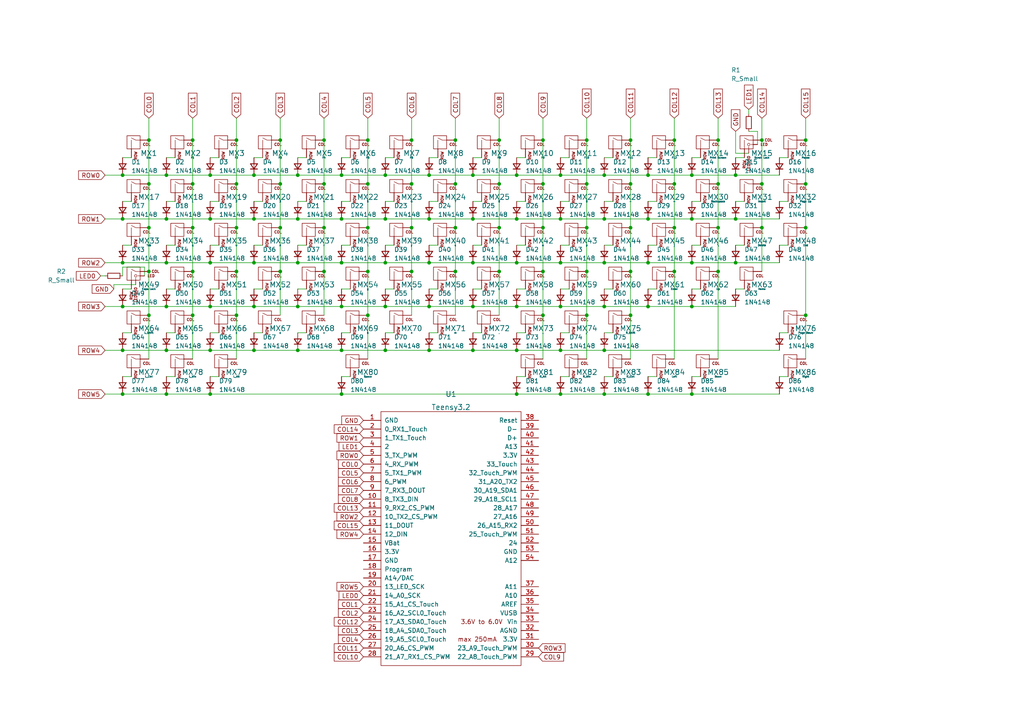
<source format=kicad_sch>
(kicad_sch (version 20211123) (generator eeschema)
  (paper "A4")
  (lib_symbols
    (symbol "Device:D_Small" (pin_numbers hide) (pin_names (offset 0.254) hide)
      (property "Reference" "D" (at -1.27 2.032 0))
      (property "Value" "D_Small" (at -3.81 -2.032 0))
      (symbol "D_Small_1_1"
        (pin passive line (at -2.54 0 0) (length 1.778) (name "K") (number "1"))
        (pin passive line (at 2.54 0 180) (length 1.778) (name "A") (number "2"))
      )
    )
    (symbol "Device:R_Small" (pin_numbers hide) (pin_names (offset 0.254) hide)
      (property "Reference" "R" (at 0.762 0.508 0))
      (property "Value" "R_Small" (at 0.762 -1.016 0))
      (symbol "R_Small_1_1"
        (pin passive line (at 0 2.54 270) (length 0.762) (name "~") (number "1"))
        (pin passive line (at 0 -2.54 90) (length 0.762) (name "~") (number "2"))
      )
    )
    (symbol "MX_Alps_Hybrid:MX-LED" (pin_names (offset 1.016))
      (property "Reference" "MX" (at -0.635 3.81 0))
      (property "Value" "MX-LED" (at -0.635 1.27 0))
      (symbol "MX-LED_0_0"
        (text "COL" (at 5.715 1.27 0) (effects (font (size 0.762 0.762))))
        (text "LED" (at 4.445 0 0) (effects (font (size 0.762 0.762))))
        (text "ROW" (at -1.27 -4.445 900) (effects (font (size 0.762 0.762)) (justify right)))
      )
      (symbol "MX-LED_1_0"
        (text "LEDGND" (at 0 -3.175 900) (effects (font (size 0.762 0.762)) (justify right)))
      )
      (symbol "MX-LED_1_1"
        (pin passive line (at 3.81 1.27 180) (length 2.54) (name "COL") (number "1"))
        (pin passive line (at -1.27 -3.81 90) (length 2.54) (name "ROW") (number "2"))
        (pin input line (at 2.54 0 180) (length 1.27) (name "LED") (number "3"))
        (pin passive line (at 0 -2.54 90) (length 1.27) (name "LEDGND") (number "4"))
      )
    )
    (symbol "MX_Alps_Hybrid:MX-NoLED" (pin_names (offset 1.016))
      (property "Reference" "MX" (at -0.635 3.81 0))
      (property "Value" "MX-NoLED" (at -0.635 1.27 0))
      (symbol "MX-NoLED_0_0"
        (text "COL" (at 3.175 0 0) (effects (font (size 0.762 0.762))))
        (text "ROW" (at 0 -1.905 900) (effects (font (size 0.762 0.762)) (justify right)))
      )
      (symbol "MX-NoLED_1_1"
        (pin passive line (at 3.81 1.27 180) (length 2.54) (name "COL") (number "1"))
        (pin passive line (at -1.27 -3.81 90) (length 2.54) (name "ROW") (number "2"))
      )
    )
    (symbol "teensy:Teensy3.2" (pin_names (offset 1.016))
      (property "Reference" "U" (at 0 39.37 0))
      (property "Value" "Teensy3.2" (at 0 -39.37 0))
      (symbol "Teensy3.2_0_0"
        (text "3.6V to 6.0V" (at 8.89 -24.13 0) (effects (font (size 1.27 1.27))))
        (text "max 250mA" (at 7.62 -29.21 0) (effects (font (size 1.27 1.27))))
      )
      (symbol "Teensy3.2_1_1"
        (pin power_in line (at -25.4 34.29 0) (length 5.08) (name "GND") (number "1"))
        (pin bidirectional line (at -25.4 11.43 0) (length 5.08) (name "8_TX3_DIN") (number "10"))
        (pin bidirectional line (at -25.4 8.89 0) (length 5.08) (name "9_RX2_CS_PWM") (number "11"))
        (pin bidirectional line (at -25.4 6.35 0) (length 5.08) (name "10_TX2_CS_PWM") (number "12"))
        (pin bidirectional line (at -25.4 3.81 0) (length 5.08) (name "11_DOUT") (number "13"))
        (pin bidirectional line (at -25.4 1.27 0) (length 5.08) (name "12_DIN") (number "14"))
        (pin power_in line (at -25.4 -1.27 0) (length 5.08) (name "VBat") (number "15"))
        (pin power_out line (at -25.4 -3.81 0) (length 5.08) (name "3.3V") (number "16"))
        (pin power_in line (at -25.4 -6.35 0) (length 5.08) (name "GND") (number "17"))
        (pin input line (at -25.4 -8.89 0) (length 5.08) (name "Program") (number "18"))
        (pin bidirectional line (at -25.4 -11.43 0) (length 5.08) (name "A14/DAC") (number "19"))
        (pin bidirectional line (at -25.4 31.75 0) (length 5.08) (name "0_RX1_Touch") (number "2"))
        (pin bidirectional line (at -25.4 -13.97 0) (length 5.08) (name "13_LED_SCK") (number "20"))
        (pin bidirectional line (at -25.4 -16.51 0) (length 5.08) (name "14_A0_SCK") (number "21"))
        (pin bidirectional line (at -25.4 -19.05 0) (length 5.08) (name "15_A1_CS_Touch") (number "22"))
        (pin bidirectional line (at -25.4 -21.59 0) (length 5.08) (name "16_A2_SCL0_Touch") (number "23"))
        (pin bidirectional line (at -25.4 -24.13 0) (length 5.08) (name "17_A3_SDA0_Touch") (number "24"))
        (pin bidirectional line (at -25.4 -26.67 0) (length 5.08) (name "18_A4_SDA0_Touch") (number "25"))
        (pin bidirectional line (at -25.4 -29.21 0) (length 5.08) (name "19_A5_SCL0_Touch") (number "26"))
        (pin bidirectional line (at -25.4 -31.75 0) (length 5.08) (name "20_A6_CS_PWM") (number "27"))
        (pin bidirectional line (at -25.4 -34.29 0) (length 5.08) (name "21_A7_RX1_CS_PWM") (number "28"))
        (pin bidirectional line (at 25.4 -34.29 180) (length 5.08) (name "22_A8_Touch_PWM") (number "29"))
        (pin bidirectional line (at -25.4 29.21 0) (length 5.08) (name "1_TX1_Touch") (number "3"))
        (pin bidirectional line (at 25.4 -31.75 180) (length 5.08) (name "23_A9_Touch_PWM") (number "30"))
        (pin power_out line (at 25.4 -29.21 180) (length 5.08) (name "3.3V") (number "31"))
        (pin power_out line (at 25.4 -26.67 180) (length 5.08) (name "AGND") (number "32"))
        (pin power_in line (at 25.4 -24.13 180) (length 5.08) (name "Vin") (number "33"))
        (pin power_in line (at 25.4 -21.59 180) (length 5.08) (name "VUSB") (number "34"))
        (pin input line (at 25.4 -19.05 180) (length 5.08) (name "AREF") (number "35"))
        (pin bidirectional line (at 25.4 -16.51 180) (length 5.08) (name "A10") (number "36"))
        (pin bidirectional line (at 25.4 -13.97 180) (length 5.08) (name "A11") (number "37"))
        (pin input line (at 25.4 34.29 180) (length 5.08) (name "Reset") (number "38"))
        (pin bidirectional line (at 25.4 31.75 180) (length 5.08) (name "D-") (number "39"))
        (pin bidirectional line (at -25.4 26.67 0) (length 5.08) (name "2") (number "4"))
        (pin bidirectional line (at 25.4 29.21 180) (length 5.08) (name "D+") (number "40"))
        (pin bidirectional line (at 25.4 26.67 180) (length 5.08) (name "A13") (number "41"))
        (pin power_out line (at 25.4 24.13 180) (length 5.08) (name "3.3V") (number "42"))
        (pin bidirectional line (at 25.4 21.59 180) (length 5.08) (name "33_Touch") (number "43"))
        (pin bidirectional line (at 25.4 19.05 180) (length 5.08) (name "32_Touch_PWM") (number "44"))
        (pin bidirectional line (at 25.4 16.51 180) (length 5.08) (name "31_A20_TX2") (number "45"))
        (pin bidirectional line (at 25.4 13.97 180) (length 5.08) (name "30_A19_SDA1") (number "46"))
        (pin bidirectional line (at 25.4 11.43 180) (length 5.08) (name "29_A18_SCL1") (number "47"))
        (pin bidirectional line (at 25.4 8.89 180) (length 5.08) (name "28_A17") (number "48"))
        (pin bidirectional line (at 25.4 6.35 180) (length 5.08) (name "27_A16") (number "49"))
        (pin bidirectional line (at -25.4 24.13 0) (length 5.08) (name "3_TX_PWM") (number "5"))
        (pin bidirectional line (at 25.4 3.81 180) (length 5.08) (name "26_A15_RX2") (number "50"))
        (pin bidirectional line (at 25.4 1.27 180) (length 5.08) (name "25_Touch_PWM") (number "51"))
        (pin bidirectional line (at 25.4 -1.27 180) (length 5.08) (name "24") (number "52"))
        (pin power_in line (at 25.4 -3.81 180) (length 5.08) (name "GND") (number "53"))
        (pin bidirectional line (at 25.4 -6.35 180) (length 5.08) (name "A12") (number "54"))
        (pin bidirectional line (at -25.4 21.59 0) (length 5.08) (name "4_RX_PWM") (number "6"))
        (pin bidirectional line (at -25.4 19.05 0) (length 5.08) (name "5_TX1_PWM") (number "7"))
        (pin bidirectional line (at -25.4 16.51 0) (length 5.08) (name "6_PWM") (number "8"))
        (pin bidirectional line (at -25.4 13.97 0) (length 5.08) (name "7_RX3_DOUT") (number "9"))
      )
    )
  )
  (junction (at 182.88 40.64))
  (junction (at 73.66 101.6))
  (junction (at 162.56 76.2))
  (junction (at 213.36 50.8))
  (junction (at 144.78 78.74))
  (junction (at 68.58 66.04))
  (junction (at 55.88 91.44))
  (junction (at 106.68 40.64))
  (junction (at 119.38 78.74))
  (junction (at 144.78 66.04))
  (junction (at 99.06 88.9))
  (junction (at 43.18 91.44))
  (junction (at 86.36 88.9))
  (junction (at 60.96 63.5))
  (junction (at 73.66 76.2))
  (junction (at 149.86 63.5))
  (junction (at 170.18 91.44))
  (junction (at 99.06 63.5))
  (junction (at 48.26 88.9))
  (junction (at 213.36 63.5))
  (junction (at 60.96 88.9))
  (junction (at 111.76 76.2))
  (junction (at 200.66 50.8))
  (junction (at 157.48 91.44))
  (junction (at 99.06 76.2))
  (junction (at 149.86 76.2))
  (junction (at 144.78 53.34))
  (junction (at 48.26 63.5))
  (junction (at 187.96 63.5))
  (junction (at 200.66 114.3))
  (junction (at 220.98 40.64))
  (junction (at 60.96 114.3))
  (junction (at 73.66 50.8))
  (junction (at 93.98 66.04))
  (junction (at 233.68 91.44))
  (junction (at 48.26 50.8))
  (junction (at 149.86 88.9))
  (junction (at 106.68 78.74))
  (junction (at 213.36 76.2))
  (junction (at 195.58 66.04))
  (junction (at 81.28 78.74))
  (junction (at 119.38 40.64))
  (junction (at 195.58 40.64))
  (junction (at 137.16 88.9))
  (junction (at 170.18 53.34))
  (junction (at 35.56 63.5))
  (junction (at 220.98 53.34))
  (junction (at 99.06 50.8))
  (junction (at 175.26 88.9))
  (junction (at 106.68 66.04))
  (junction (at 157.48 53.34))
  (junction (at 35.56 50.8))
  (junction (at 162.56 63.5))
  (junction (at 200.66 63.5))
  (junction (at 170.18 78.74))
  (junction (at 170.18 40.64))
  (junction (at 170.18 66.04))
  (junction (at 175.26 63.5))
  (junction (at 60.96 76.2))
  (junction (at 99.06 114.3))
  (junction (at 132.08 53.34))
  (junction (at 175.26 76.2))
  (junction (at 187.96 88.9))
  (junction (at 137.16 76.2))
  (junction (at 68.58 91.44))
  (junction (at 86.36 101.6))
  (junction (at 157.48 78.74))
  (junction (at 86.36 76.2))
  (junction (at 195.58 53.34))
  (junction (at 149.86 50.8))
  (junction (at 175.26 50.8))
  (junction (at 60.96 101.6))
  (junction (at 35.56 88.9))
  (junction (at 137.16 101.6))
  (junction (at 137.16 63.5))
  (junction (at 149.86 101.6))
  (junction (at 175.26 114.3))
  (junction (at 43.18 66.04))
  (junction (at 233.68 40.64))
  (junction (at 208.28 40.64))
  (junction (at 149.86 114.3))
  (junction (at 132.08 78.74))
  (junction (at 35.56 101.6))
  (junction (at 48.26 114.3))
  (junction (at 48.26 76.2))
  (junction (at 132.08 40.64))
  (junction (at 35.56 114.3))
  (junction (at 162.56 101.6))
  (junction (at 182.88 66.04))
  (junction (at 86.36 50.8))
  (junction (at 99.06 101.6))
  (junction (at 55.88 66.04))
  (junction (at 157.48 66.04))
  (junction (at 124.46 76.2))
  (junction (at 35.56 76.2))
  (junction (at 81.28 66.04))
  (junction (at 233.68 66.04))
  (junction (at 208.28 53.34))
  (junction (at 144.78 40.64))
  (junction (at 162.56 50.8))
  (junction (at 43.18 78.74))
  (junction (at 157.48 40.64))
  (junction (at 124.46 101.6))
  (junction (at 73.66 88.9))
  (junction (at 111.76 101.6))
  (junction (at 208.28 78.74))
  (junction (at 132.08 66.04))
  (junction (at 73.66 63.5))
  (junction (at 68.58 53.34))
  (junction (at 68.58 40.64))
  (junction (at 43.18 53.34))
  (junction (at 124.46 63.5))
  (junction (at 119.38 53.34))
  (junction (at 55.88 78.74))
  (junction (at 81.28 53.34))
  (junction (at 81.28 40.64))
  (junction (at 137.16 50.8))
  (junction (at 187.96 76.2))
  (junction (at 55.88 40.64))
  (junction (at 93.98 78.74))
  (junction (at 55.88 53.34))
  (junction (at 106.68 91.44))
  (junction (at 60.96 50.8))
  (junction (at 175.26 101.6))
  (junction (at 124.46 50.8))
  (junction (at 119.38 66.04))
  (junction (at 48.26 101.6))
  (junction (at 187.96 114.3))
  (junction (at 195.58 78.74))
  (junction (at 111.76 50.8))
  (junction (at 106.68 53.34))
  (junction (at 200.66 76.2))
  (junction (at 162.56 114.3))
  (junction (at 233.68 53.34))
  (junction (at 111.76 88.9))
  (junction (at 93.98 40.64))
  (junction (at 182.88 53.34))
  (junction (at 182.88 91.44))
  (junction (at 43.18 40.64))
  (junction (at 111.76 63.5))
  (junction (at 124.46 88.9))
  (junction (at 182.88 78.74))
  (junction (at 86.36 63.5))
  (junction (at 200.66 88.9))
  (junction (at 187.96 50.8))
  (junction (at 220.98 66.04))
  (junction (at 162.56 88.9))
  (junction (at 93.98 53.34))
  (junction (at 68.58 78.74))
  (junction (at 208.28 66.04))
  (wire (pts (xy 68.58 91.44) (xy 68.58 104.14)))
  (wire (pts (xy 106.68 40.64) (xy 106.68 53.34)))
  (wire (pts (xy 220.98 66.04) (xy 220.98 78.74)))
  (wire (pts (xy 106.68 91.44) (xy 106.68 104.14)))
  (wire (pts (xy 99.06 50.8) (xy 111.76 50.8)))
  (wire (pts (xy 60.96 101.6) (xy 73.66 101.6)))
  (wire (pts (xy 35.56 63.5) (xy 48.26 63.5)))
  (wire (pts (xy 213.36 76.2) (xy 226.06 76.2)))
  (wire (pts (xy 30.48 76.2) (xy 35.56 76.2)))
  (wire (pts (xy 81.28 53.34) (xy 81.28 66.04)))
  (wire (pts (xy 73.66 50.8) (xy 86.36 50.8)))
  (wire (pts (xy 149.86 101.6) (xy 162.56 101.6)))
  (wire (pts (xy 226.06 71.12) (xy 228.6 71.12)))
  (wire (pts (xy 124.46 96.52) (xy 127 96.52)))
  (wire (pts (xy 144.78 53.34) (xy 144.78 66.04)))
  (wire (pts (xy 35.56 83.82) (xy 38.1 83.82)))
  (wire (pts (xy 35.56 88.9) (xy 48.26 88.9)))
  (wire (pts (xy 200.66 88.9) (xy 213.36 88.9)))
  (wire (pts (xy 86.36 63.5) (xy 99.06 63.5)))
  (wire (pts (xy 213.36 45.72) (xy 215.9 45.72)))
  (wire (pts (xy 144.78 66.04) (xy 144.78 78.74)))
  (wire (pts (xy 162.56 71.12) (xy 165.1 71.12)))
  (wire (pts (xy 132.08 78.74) (xy 132.08 91.44)))
  (wire (pts (xy 30.48 50.8) (xy 35.56 50.8)))
  (wire (pts (xy 162.56 76.2) (xy 175.26 76.2)))
  (wire (pts (xy 93.98 34.29) (xy 93.98 40.64)))
  (wire (pts (xy 86.36 71.12) (xy 88.9 71.12)))
  (wire (pts (xy 99.06 76.2) (xy 111.76 76.2)))
  (wire (pts (xy 162.56 45.72) (xy 165.1 45.72)))
  (wire (pts (xy 149.86 76.2) (xy 162.56 76.2)))
  (wire (pts (xy 200.66 63.5) (xy 213.36 63.5)))
  (wire (pts (xy 187.96 109.22) (xy 190.5 109.22)))
  (wire (pts (xy 111.76 83.82) (xy 114.3 83.82)))
  (wire (pts (xy 124.46 76.2) (xy 137.16 76.2)))
  (wire (pts (xy 43.18 40.64) (xy 43.18 53.34)))
  (wire (pts (xy 149.86 114.3) (xy 162.56 114.3)))
  (wire (pts (xy 182.88 53.34) (xy 182.88 66.04)))
  (wire (pts (xy 60.96 88.9) (xy 73.66 88.9)))
  (wire (pts (xy 30.48 88.9) (xy 35.56 88.9)))
  (wire (pts (xy 48.26 71.12) (xy 50.8 71.12)))
  (wire (pts (xy 137.16 83.82) (xy 139.7 83.82)))
  (wire (pts (xy 149.86 58.42) (xy 152.4 58.42)))
  (wire (pts (xy 106.68 66.04) (xy 106.68 78.74)))
  (wire (pts (xy 162.56 96.52) (xy 165.1 96.52)))
  (wire (pts (xy 81.28 78.74) (xy 81.28 91.44)))
  (wire (pts (xy 144.78 78.74) (xy 144.78 91.44)))
  (wire (pts (xy 200.66 50.8) (xy 213.36 50.8)))
  (wire (pts (xy 73.66 88.9) (xy 86.36 88.9)))
  (wire (pts (xy 137.16 63.5) (xy 149.86 63.5)))
  (wire (pts (xy 35.56 101.6) (xy 48.26 101.6)))
  (wire (pts (xy 111.76 58.42) (xy 114.3 58.42)))
  (wire (pts (xy 132.08 40.64) (xy 132.08 53.34)))
  (wire (pts (xy 124.46 63.5) (xy 137.16 63.5)))
  (wire (pts (xy 48.26 114.3) (xy 60.96 114.3)))
  (wire (pts (xy 226.06 58.42) (xy 228.6 58.42)))
  (wire (pts (xy 187.96 50.8) (xy 200.66 50.8)))
  (wire (pts (xy 170.18 34.29) (xy 170.18 40.64)))
  (wire (pts (xy 55.88 53.34) (xy 55.88 66.04)))
  (wire (pts (xy 162.56 50.8) (xy 175.26 50.8)))
  (wire (pts (xy 162.56 109.22) (xy 165.1 109.22)))
  (wire (pts (xy 226.06 109.22) (xy 228.6 109.22)))
  (wire (pts (xy 182.88 66.04) (xy 182.88 78.74)))
  (wire (pts (xy 124.46 58.42) (xy 127 58.42)))
  (wire (pts (xy 132.08 66.04) (xy 132.08 78.74)))
  (wire (pts (xy 35.56 77.47) (xy 35.56 80.01)))
  (wire (pts (xy 144.78 40.64) (xy 144.78 53.34)))
  (wire (pts (xy 124.46 101.6) (xy 137.16 101.6)))
  (wire (pts (xy 99.06 58.42) (xy 101.6 58.42)))
  (wire (pts (xy 60.96 71.12) (xy 63.5 71.12)))
  (wire (pts (xy 149.86 83.82) (xy 152.4 83.82)))
  (wire (pts (xy 217.17 31.75) (xy 217.17 33.02)))
  (wire (pts (xy 137.16 71.12) (xy 139.7 71.12)))
  (wire (pts (xy 137.16 58.42) (xy 139.7 58.42)))
  (wire (pts (xy 226.06 96.52) (xy 228.6 96.52)))
  (wire (pts (xy 187.96 76.2) (xy 200.66 76.2)))
  (wire (pts (xy 68.58 34.29) (xy 68.58 40.64)))
  (wire (pts (xy 175.26 58.42) (xy 177.8 58.42)))
  (wire (pts (xy 48.26 63.5) (xy 60.96 63.5)))
  (wire (pts (xy 157.48 40.64) (xy 157.48 53.34)))
  (wire (pts (xy 157.48 66.04) (xy 157.48 78.74)))
  (wire (pts (xy 187.96 88.9) (xy 200.66 88.9)))
  (wire (pts (xy 99.06 71.12) (xy 101.6 71.12)))
  (wire (pts (xy 99.06 109.22) (xy 101.6 109.22)))
  (wire (pts (xy 195.58 40.64) (xy 195.58 53.34)))
  (wire (pts (xy 124.46 45.72) (xy 127 45.72)))
  (wire (pts (xy 195.58 78.74) (xy 195.58 104.14)))
  (wire (pts (xy 162.56 114.3) (xy 175.26 114.3)))
  (wire (pts (xy 48.26 96.52) (xy 50.8 96.52)))
  (wire (pts (xy 175.26 50.8) (xy 187.96 50.8)))
  (wire (pts (xy 137.16 45.72) (xy 139.7 45.72)))
  (wire (pts (xy 86.36 83.82) (xy 88.9 83.82)))
  (wire (pts (xy 175.26 109.22) (xy 177.8 109.22)))
  (wire (pts (xy 208.28 66.04) (xy 208.28 78.74)))
  (wire (pts (xy 208.28 78.74) (xy 208.28 104.14)))
  (wire (pts (xy 124.46 83.82) (xy 127 83.82)))
  (wire (pts (xy 73.66 71.12) (xy 76.2 71.12)))
  (wire (pts (xy 132.08 34.29) (xy 132.08 40.64)))
  (wire (pts (xy 137.16 76.2) (xy 149.86 76.2)))
  (wire (pts (xy 60.96 63.5) (xy 73.66 63.5)))
  (wire (pts (xy 93.98 40.64) (xy 93.98 53.34)))
  (wire (pts (xy 60.96 109.22) (xy 63.5 109.22)))
  (wire (pts (xy 119.38 78.74) (xy 119.38 91.44)))
  (wire (pts (xy 175.26 96.52) (xy 177.8 96.52)))
  (wire (pts (xy 187.96 63.5) (xy 200.66 63.5)))
  (wire (pts (xy 35.56 45.72) (xy 38.1 45.72)))
  (wire (pts (xy 149.86 71.12) (xy 152.4 71.12)))
  (wire (pts (xy 162.56 58.42) (xy 165.1 58.42)))
  (wire (pts (xy 48.26 45.72) (xy 50.8 45.72)))
  (wire (pts (xy 68.58 78.74) (xy 68.58 91.44)))
  (wire (pts (xy 111.76 45.72) (xy 114.3 45.72)))
  (wire (pts (xy 48.26 83.82) (xy 50.8 83.82)))
  (wire (pts (xy 124.46 50.8) (xy 137.16 50.8)))
  (wire (pts (xy 170.18 66.04) (xy 170.18 78.74)))
  (wire (pts (xy 124.46 71.12) (xy 127 71.12)))
  (wire (pts (xy 175.26 71.12) (xy 177.8 71.12)))
  (wire (pts (xy 111.76 76.2) (xy 124.46 76.2)))
  (wire (pts (xy 187.96 45.72) (xy 190.5 45.72)))
  (wire (pts (xy 68.58 66.04) (xy 68.58 78.74)))
  (wire (pts (xy 60.96 76.2) (xy 73.66 76.2)))
  (wire (pts (xy 195.58 66.04) (xy 195.58 78.74)))
  (wire (pts (xy 195.58 34.29) (xy 195.58 40.64)))
  (wire (pts (xy 170.18 40.64) (xy 170.18 53.34)))
  (wire (pts (xy 48.26 88.9) (xy 60.96 88.9)))
  (wire (pts (xy 73.66 76.2) (xy 86.36 76.2)))
  (wire (pts (xy 200.66 114.3) (xy 226.06 114.3)))
  (wire (pts (xy 137.16 101.6) (xy 149.86 101.6)))
  (wire (pts (xy 35.56 71.12) (xy 38.1 71.12)))
  (wire (pts (xy 200.66 76.2) (xy 213.36 76.2)))
  (wire (pts (xy 213.36 71.12) (xy 215.9 71.12)))
  (wire (pts (xy 43.18 91.44) (xy 43.18 104.14)))
  (wire (pts (xy 73.66 83.82) (xy 76.2 83.82)))
  (wire (pts (xy 29.21 80.01) (xy 30.48 80.01)))
  (wire (pts (xy 111.76 50.8) (xy 124.46 50.8)))
  (wire (pts (xy 43.18 78.74) (xy 43.18 91.44)))
  (wire (pts (xy 187.96 114.3) (xy 200.66 114.3)))
  (wire (pts (xy 220.98 34.29) (xy 220.98 40.64)))
  (wire (pts (xy 208.28 40.64) (xy 208.28 53.34)))
  (wire (pts (xy 73.66 63.5) (xy 86.36 63.5)))
  (wire (pts (xy 111.76 96.52) (xy 114.3 96.52)))
  (wire (pts (xy 99.06 114.3) (xy 149.86 114.3)))
  (wire (pts (xy 86.36 101.6) (xy 99.06 101.6)))
  (wire (pts (xy 73.66 45.72) (xy 76.2 45.72)))
  (wire (pts (xy 93.98 66.04) (xy 93.98 78.74)))
  (wire (pts (xy 43.18 53.34) (xy 43.18 66.04)))
  (wire (pts (xy 99.06 83.82) (xy 101.6 83.82)))
  (wire (pts (xy 157.48 78.74) (xy 157.48 91.44)))
  (wire (pts (xy 86.36 96.52) (xy 88.9 96.52)))
  (wire (pts (xy 208.28 34.29) (xy 208.28 40.64)))
  (wire (pts (xy 93.98 78.74) (xy 93.98 91.44)))
  (wire (pts (xy 106.68 53.34) (xy 106.68 66.04)))
  (wire (pts (xy 35.56 114.3) (xy 48.26 114.3)))
  (wire (pts (xy 99.06 45.72) (xy 101.6 45.72)))
  (wire (pts (xy 233.68 34.29) (xy 233.68 40.64)))
  (wire (pts (xy 217.17 38.1) (xy 219.71 38.1)))
  (wire (pts (xy 157.48 91.44) (xy 157.48 104.14)))
  (wire (pts (xy 68.58 40.64) (xy 68.58 53.34)))
  (wire (pts (xy 35.56 96.52) (xy 38.1 96.52)))
  (wire (pts (xy 220.98 53.34) (xy 220.98 66.04)))
  (wire (pts (xy 175.26 45.72) (xy 177.8 45.72)))
  (wire (pts (xy 68.58 53.34) (xy 68.58 66.04)))
  (wire (pts (xy 162.56 63.5) (xy 175.26 63.5)))
  (wire (pts (xy 41.91 77.47) (xy 35.56 77.47)))
  (wire (pts (xy 60.96 50.8) (xy 73.66 50.8)))
  (wire (pts (xy 233.68 66.04) (xy 233.68 91.44)))
  (wire (pts (xy 86.36 76.2) (xy 99.06 76.2)))
  (wire (pts (xy 43.18 66.04) (xy 43.18 78.74)))
  (wire (pts (xy 200.66 71.12) (xy 203.2 71.12)))
  (wire (pts (xy 119.38 66.04) (xy 119.38 78.74)))
  (wire (pts (xy 213.36 58.42) (xy 215.9 58.42)))
  (wire (pts (xy 35.56 76.2) (xy 48.26 76.2)))
  (wire (pts (xy 55.88 40.64) (xy 55.88 53.34)))
  (wire (pts (xy 33.02 82.55) (xy 39.37 82.55)))
  (wire (pts (xy 35.56 58.42) (xy 38.1 58.42)))
  (wire (pts (xy 137.16 50.8) (xy 149.86 50.8)))
  (wire (pts (xy 208.28 53.34) (xy 208.28 66.04)))
  (wire (pts (xy 48.26 101.6) (xy 60.96 101.6)))
  (wire (pts (xy 149.86 45.72) (xy 152.4 45.72)))
  (wire (pts (xy 200.66 109.22) (xy 203.2 109.22)))
  (wire (pts (xy 111.76 101.6) (xy 124.46 101.6)))
  (wire (pts (xy 55.88 66.04) (xy 55.88 78.74)))
  (wire (pts (xy 219.71 41.91) (xy 219.71 38.1)))
  (wire (pts (xy 182.88 40.64) (xy 182.88 53.34)))
  (wire (pts (xy 111.76 88.9) (xy 124.46 88.9)))
  (wire (pts (xy 137.16 96.52) (xy 139.7 96.52)))
  (wire (pts (xy 73.66 58.42) (xy 76.2 58.42)))
  (wire (pts (xy 86.36 88.9) (xy 99.06 88.9)))
  (wire (pts (xy 111.76 63.5) (xy 124.46 63.5)))
  (wire (pts (xy 81.28 66.04) (xy 81.28 78.74)))
  (wire (pts (xy 233.68 91.44) (xy 233.68 104.14)))
  (wire (pts (xy 149.86 88.9) (xy 162.56 88.9)))
  (wire (pts (xy 86.36 50.8) (xy 99.06 50.8)))
  (wire (pts (xy 162.56 101.6) (xy 175.26 101.6)))
  (wire (pts (xy 144.78 34.29) (xy 144.78 40.64)))
  (wire (pts (xy 137.16 88.9) (xy 149.86 88.9)))
  (wire (pts (xy 93.98 53.34) (xy 93.98 66.04)))
  (wire (pts (xy 106.68 34.29) (xy 106.68 40.64)))
  (wire (pts (xy 48.26 58.42) (xy 50.8 58.42)))
  (wire (pts (xy 157.48 34.29) (xy 157.48 40.64)))
  (wire (pts (xy 48.26 76.2) (xy 60.96 76.2)))
  (wire (pts (xy 99.06 96.52) (xy 101.6 96.52)))
  (wire (pts (xy 157.48 53.34) (xy 157.48 66.04)))
  (wire (pts (xy 213.36 83.82) (xy 215.9 83.82)))
  (wire (pts (xy 233.68 40.64) (xy 233.68 53.34)))
  (wire (pts (xy 33.02 82.55) (xy 33.02 83.82)))
  (wire (pts (xy 60.96 83.82) (xy 63.5 83.82)))
  (wire (pts (xy 187.96 83.82) (xy 190.5 83.82)))
  (wire (pts (xy 48.26 50.8) (xy 60.96 50.8)))
  (wire (pts (xy 132.08 53.34) (xy 132.08 66.04)))
  (wire (pts (xy 162.56 83.82) (xy 165.1 83.82)))
  (wire (pts (xy 175.26 76.2) (xy 187.96 76.2)))
  (wire (pts (xy 60.96 58.42) (xy 63.5 58.42)))
  (wire (pts (xy 60.96 96.52) (xy 63.5 96.52)))
  (wire (pts (xy 35.56 109.22) (xy 38.1 109.22)))
  (wire (pts (xy 175.26 63.5) (xy 187.96 63.5)))
  (wire (pts (xy 99.06 101.6) (xy 111.76 101.6)))
  (wire (pts (xy 55.88 34.29) (xy 55.88 40.64)))
  (wire (pts (xy 200.66 45.72) (xy 203.2 45.72)))
  (wire (pts (xy 187.96 58.42) (xy 190.5 58.42)))
  (wire (pts (xy 86.36 58.42) (xy 88.9 58.42)))
  (wire (pts (xy 119.38 40.64) (xy 119.38 53.34)))
  (wire (pts (xy 162.56 88.9) (xy 175.26 88.9)))
  (wire (pts (xy 99.06 63.5) (xy 111.76 63.5)))
  (wire (pts (xy 213.36 44.45) (xy 213.36 38.1)))
  (wire (pts (xy 106.68 78.74) (xy 106.68 91.44)))
  (wire (pts (xy 149.86 63.5) (xy 162.56 63.5)))
  (wire (pts (xy 111.76 71.12) (xy 114.3 71.12)))
  (wire (pts (xy 119.38 34.29) (xy 119.38 40.64)))
  (wire (pts (xy 149.86 109.22) (xy 152.4 109.22)))
  (wire (pts (xy 81.28 40.64) (xy 81.28 53.34)))
  (wire (pts (xy 182.88 78.74) (xy 182.88 91.44)))
  (wire (pts (xy 60.96 45.72) (xy 63.5 45.72)))
  (wire (pts (xy 170.18 91.44) (xy 170.18 104.14)))
  (wire (pts (xy 149.86 96.52) (xy 152.4 96.52)))
  (wire (pts (xy 43.18 34.29) (xy 43.18 40.64)))
  (wire (pts (xy 213.36 50.8) (xy 226.06 50.8)))
  (wire (pts (xy 195.58 53.34) (xy 195.58 66.04)))
  (wire (pts (xy 213.36 63.5) (xy 226.06 63.5)))
  (wire (pts (xy 41.91 80.01) (xy 41.91 77.47)))
  (wire (pts (xy 35.56 50.8) (xy 48.26 50.8)))
  (wire (pts (xy 182.88 34.29) (xy 182.88 40.64)))
  (wire (pts (xy 99.06 88.9) (xy 111.76 88.9)))
  (wire (pts (xy 175.26 101.6) (xy 226.06 101.6)))
  (wire (pts (xy 217.17 44.45) (xy 213.36 44.45)))
  (wire (pts (xy 73.66 96.52) (xy 76.2 96.52)))
  (wire (pts (xy 55.88 78.74) (xy 55.88 91.44)))
  (wire (pts (xy 175.26 114.3) (xy 187.96 114.3)))
  (wire (pts (xy 233.68 53.34) (xy 233.68 66.04)))
  (wire (pts (xy 182.88 91.44) (xy 182.88 104.14)))
  (wire (pts (xy 200.66 58.42) (xy 203.2 58.42)))
  (wire (pts (xy 149.86 50.8) (xy 162.56 50.8)))
  (wire (pts (xy 170.18 78.74) (xy 170.18 91.44)))
  (wire (pts (xy 119.38 53.34) (xy 119.38 66.04)))
  (wire (pts (xy 124.46 88.9) (xy 137.16 88.9)))
  (wire (pts (xy 73.66 101.6) (xy 86.36 101.6)))
  (wire (pts (xy 175.26 83.82) (xy 177.8 83.82)))
  (wire (pts (xy 86.36 45.72) (xy 88.9 45.72)))
  (wire (pts (xy 55.88 91.44) (xy 55.88 104.14)))
  (wire (pts (xy 175.26 88.9) (xy 187.96 88.9)))
  (wire (pts (xy 226.06 45.72) (xy 228.6 45.72)))
  (wire (pts (xy 81.28 34.29) (xy 81.28 40.64)))
  (wire (pts (xy 200.66 83.82) (xy 203.2 83.82)))
  (wire (pts (xy 170.18 53.34) (xy 170.18 66.04)))
  (wire (pts (xy 30.48 63.5) (xy 35.56 63.5)))
  (wire (pts (xy 48.26 109.22) (xy 50.8 109.22)))
  (wire (pts (xy 60.96 114.3) (xy 99.06 114.3)))
  (wire (pts (xy 220.98 40.64) (xy 220.98 53.34)))
  (wire (pts (xy 30.48 114.3) (xy 35.56 114.3)))
  (wire (pts (xy 30.48 101.6) (xy 35.56 101.6)))
  (wire (pts (xy 187.96 71.12) (xy 190.5 71.12)))
  (global_label "ROW3" (shape input) (at 156.21 187.96 0) (property "Intersheet References" "${INTERSHEET_REFS}" (effects hide)))
  (global_label "COL13" (shape input) (at 208.28 34.29 90) (property "Intersheet References" "${INTERSHEET_REFS}" (effects hide)))
  (global_label "COL8" (shape input) (at 144.78 34.29 90) (property "Intersheet References" "${INTERSHEET_REFS}" (effects hide)))
  (global_label "COL3" (shape input) (at 81.28 34.29 90) (property "Intersheet References" "${INTERSHEET_REFS}" (effects hide)))
  (global_label "COL15" (shape input) (at 233.68 34.29 90) (property "Intersheet References" "${INTERSHEET_REFS}" (effects hide)))
  (global_label "GND" (shape input) (at 105.41 121.92 180) (property "Intersheet References" "${INTERSHEET_REFS}" (effects hide)))
  (global_label "GND" (shape input) (at 213.36 38.1 90) (property "Intersheet References" "${INTERSHEET_REFS}" (effects hide)))
  (global_label "COL11" (shape input) (at 105.41 187.96 180) (property "Intersheet References" "${INTERSHEET_REFS}" (effects hide)))
  (global_label "LED1" (shape input) (at 105.41 129.54 180) (property "Intersheet References" "${INTERSHEET_REFS}" (effects hide)))
  (global_label "COL7" (shape input) (at 132.08 34.29 90) (property "Intersheet References" "${INTERSHEET_REFS}" (effects hide)))
  (global_label "COL13" (shape input) (at 105.41 147.32 180) (property "Intersheet References" "${INTERSHEET_REFS}" (effects hide)))
  (global_label "COL10" (shape input) (at 170.18 34.29 90) (property "Intersheet References" "${INTERSHEET_REFS}" (effects hide)))
  (global_label "COL14" (shape input) (at 105.41 124.46 180) (property "Intersheet References" "${INTERSHEET_REFS}" (effects hide)))
  (global_label "ROW0" (shape input) (at 30.48 50.8 180) (property "Intersheet References" "${INTERSHEET_REFS}" (effects hide)))
  (global_label "ROW4" (shape input) (at 105.41 154.94 180) (property "Intersheet References" "${INTERSHEET_REFS}" (effects hide)))
  (global_label "COL6" (shape input) (at 119.38 34.29 90) (property "Intersheet References" "${INTERSHEET_REFS}" (effects hide)))
  (global_label "COL10" (shape input) (at 105.41 190.5 180) (property "Intersheet References" "${INTERSHEET_REFS}" (effects hide)))
  (global_label "ROW3" (shape input) (at 30.48 88.9 180) (property "Intersheet References" "${INTERSHEET_REFS}" (effects hide)))
  (global_label "COL5" (shape input) (at 106.68 34.29 90) (property "Intersheet References" "${INTERSHEET_REFS}" (effects hide)))
  (global_label "COL0" (shape input) (at 105.41 134.62 180) (property "Intersheet References" "${INTERSHEET_REFS}" (effects hide)))
  (global_label "COL4" (shape input) (at 93.98 34.29 90) (property "Intersheet References" "${INTERSHEET_REFS}" (effects hide)))
  (global_label "COL6" (shape input) (at 105.41 139.7 180) (property "Intersheet References" "${INTERSHEET_REFS}" (effects hide)))
  (global_label "COL14" (shape input) (at 220.98 34.29 90) (property "Intersheet References" "${INTERSHEET_REFS}" (effects hide)))
  (global_label "GND" (shape input) (at 33.02 83.82 180) (property "Intersheet References" "${INTERSHEET_REFS}" (effects hide)))
  (global_label "COL11" (shape input) (at 182.88 34.29 90) (property "Intersheet References" "${INTERSHEET_REFS}" (effects hide)))
  (global_label "COL4" (shape input) (at 105.41 185.42 180) (property "Intersheet References" "${INTERSHEET_REFS}" (effects hide)))
  (global_label "COL12" (shape input) (at 105.41 180.34 180) (property "Intersheet References" "${INTERSHEET_REFS}" (effects hide)))
  (global_label "ROW5" (shape input) (at 105.41 170.18 180) (property "Intersheet References" "${INTERSHEET_REFS}" (effects hide)))
  (global_label "COL3" (shape input) (at 105.41 182.88 180) (property "Intersheet References" "${INTERSHEET_REFS}" (effects hide)))
  (global_label "COL5" (shape input) (at 105.41 137.16 180) (property "Intersheet References" "${INTERSHEET_REFS}" (effects hide)))
  (global_label "ROW1" (shape input) (at 30.48 63.5 180) (property "Intersheet References" "${INTERSHEET_REFS}" (effects hide)))
  (global_label "COL15" (shape input) (at 105.41 152.4 180) (property "Intersheet References" "${INTERSHEET_REFS}" (effects hide)))
  (global_label "ROW0" (shape input) (at 105.41 132.08 180) (property "Intersheet References" "${INTERSHEET_REFS}" (effects hide)))
  (global_label "COL2" (shape input) (at 68.58 34.29 90) (property "Intersheet References" "${INTERSHEET_REFS}" (effects hide)))
  (global_label "COL1" (shape input) (at 105.41 175.26 180) (property "Intersheet References" "${INTERSHEET_REFS}" (effects hide)))
  (global_label "COL9" (shape input) (at 156.21 190.5 0) (property "Intersheet References" "${INTERSHEET_REFS}" (effects hide)))
  (global_label "ROW1" (shape input) (at 105.41 127 180) (property "Intersheet References" "${INTERSHEET_REFS}" (effects hide)))
  (global_label "COL9" (shape input) (at 157.48 34.29 90) (property "Intersheet References" "${INTERSHEET_REFS}" (effects hide)))
  (global_label "ROW2" (shape input) (at 105.41 149.86 180) (property "Intersheet References" "${INTERSHEET_REFS}" (effects hide)))
  (global_label "LED1" (shape input) (at 217.17 31.75 90) (property "Intersheet References" "${INTERSHEET_REFS}" (effects hide)))
  (global_label "COL12" (shape input) (at 195.58 34.29 90) (property "Intersheet References" "${INTERSHEET_REFS}" (effects hide)))
  (global_label "LED0" (shape input) (at 29.21 80.01 180) (property "Intersheet References" "${INTERSHEET_REFS}" (effects hide)))
  (global_label "ROW5" (shape input) (at 30.48 114.3 180) (property "Intersheet References" "${INTERSHEET_REFS}" (effects hide)))
  (global_label "COL0" (shape input) (at 43.18 34.29 90) (property "Intersheet References" "${INTERSHEET_REFS}" (effects hide)))
  (global_label "COL8" (shape input) (at 105.41 144.78 180) (property "Intersheet References" "${INTERSHEET_REFS}" (effects hide)))
  (global_label "LED0" (shape input) (at 105.41 172.72 180) (property "Intersheet References" "${INTERSHEET_REFS}" (effects hide)))
  (global_label "ROW2" (shape input) (at 30.48 76.2 180) (property "Intersheet References" "${INTERSHEET_REFS}" (effects hide)))
  (global_label "COL7" (shape input) (at 105.41 142.24 180) (property "Intersheet References" "${INTERSHEET_REFS}" (effects hide)))
  (global_label "COL1" (shape input) (at 55.88 34.29 90) (property "Intersheet References" "${INTERSHEET_REFS}" (effects hide)))
  (global_label "ROW4" (shape input) (at 30.48 101.6 180) (property "Intersheet References" "${INTERSHEET_REFS}" (effects hide)))
  (global_label "COL2" (shape input) (at 105.41 177.8 180) (property "Intersheet References" "${INTERSHEET_REFS}" (effects hide)))
  (symbol (lib_id "Device:D_Small") (at 187.96 60.96 90) (unit 1)
    (property "Reference" "D29" (at 190.5 59.6899 90) (effects (justify right)))
    (property "Value" "1N4148" (at 190.5 62.2299 90) (effects (justify right)))
    (property "Footprint" "Diode_THT:D_DO-35_SOD27_P7.62mm_Horizontal" (effects hide))
  )
  (symbol (lib_id "MX_Alps_Hybrid:MX-NoLED") (at 179.07 67.31 0) (unit 1)
    (property "Reference" "MX44" (at 182.88 69.85 0) (effects (font (size 1.524 1.524))))
    (property "Value" "[" (at 182.88 71.12 0) (effects (font (size 0.508 0.508))))
    (property "Footprint" "MX_Only:MXOnly-1U-Hotswap-Antishear" (effects hide))
  )
  (symbol (lib_id "MX_Alps_Hybrid:MX-NoLED") (at 179.07 105.41 0) (unit 1)
    (property "Reference" "MX83" (at 182.88 107.95 0) (effects (font (size 1.524 1.524))))
    (property "Value" "R_Ctrl" (at 182.88 109.22 0) (effects (font (size 0.508 0.508))))
    (property "Footprint" "MX_Only:MXOnly-1.5U-Hotswap-Antishear" (effects hide))
  )
  (symbol (lib_id "Device:D_Small") (at 73.66 60.96 90) (unit 1)
    (property "Reference" "D20" (at 76.2 59.6899 90) (effects (justify right)))
    (property "Value" "1N4148" (at 76.2 62.2299 90) (effects (justify right)))
    (property "Footprint" "Diode_THT:D_DO-35_SOD27_P7.62mm_Horizontal" (effects hide))
  )
  (symbol (lib_id "Device:D_Small") (at 226.06 60.96 90) (unit 1)
    (property "Reference" "D32" (at 228.6 59.6899 90) (effects (justify right)))
    (property "Value" "1N4148" (at 228.6 62.2299 90) (effects (justify right)))
    (property "Footprint" "Diode_THT:D_DO-35_SOD27_P7.62mm_Horizontal" (effects hide))
  )
  (symbol (lib_id "Device:D_Small") (at 162.56 73.66 90) (unit 1)
    (property "Reference" "D43" (at 165.1 72.3899 90) (effects (justify right)))
    (property "Value" "1N4148" (at 165.1 74.9299 90) (effects (justify right)))
    (property "Footprint" "Diode_THT:D_DO-35_SOD27_P7.62mm_Horizontal" (effects hide))
  )
  (symbol (lib_id "Device:D_Small") (at 111.76 86.36 90) (unit 1)
    (property "Reference" "D55" (at 114.3 85.0899 90) (effects (justify right)))
    (property "Value" "1N4148" (at 114.3 87.6299 90) (effects (justify right)))
    (property "Footprint" "Diode_THT:D_DO-35_SOD27_P7.62mm_Horizontal" (effects hide))
  )
  (symbol (lib_id "Device:D_Small") (at 35.56 86.36 90) (unit 1)
    (property "Reference" "D49" (at 38.1 85.0899 90) (effects (justify right)))
    (property "Value" "1N4148" (at 38.1 87.6299 90) (effects (justify right)))
    (property "Footprint" "Diode_THT:D_DO-35_SOD27_P7.62mm_Horizontal" (effects hide))
  )
  (symbol (lib_id "MX_Alps_Hybrid:MX-NoLED") (at 102.87 105.41 0) (unit 1)
    (property "Reference" "MX80" (at 106.68 107.95 0) (effects (font (size 1.524 1.524))))
    (property "Value" "Space" (at 106.68 109.22 0) (effects (font (size 0.508 0.508))))
    (property "Footprint" "MX_Only:MXOnly-7U-Hotswap-Antishear" (effects hide))
  )
  (symbol (lib_id "Device:D_Small") (at 226.06 48.26 90) (unit 1)
    (property "Reference" "D16" (at 228.6 46.9899 90) (effects (justify right)))
    (property "Value" "1N4148" (at 228.6 49.5299 90) (effects (justify right)))
    (property "Footprint" "Diode_THT:D_DO-35_SOD27_P7.62mm_Horizontal" (effects hide))
  )
  (symbol (lib_id "Device:D_Small") (at 73.66 73.66 90) (unit 1)
    (property "Reference" "D36" (at 76.2 72.3899 90) (effects (justify right)))
    (property "Value" "1N4148" (at 76.2 74.9299 90) (effects (justify right)))
    (property "Footprint" "Diode_THT:D_DO-35_SOD27_P7.62mm_Horizontal" (effects hide))
  )
  (symbol (lib_id "MX_Alps_Hybrid:MX-NoLED") (at 102.87 67.31 0) (unit 1)
    (property "Reference" "MX38" (at 106.68 69.85 0) (effects (font (size 1.524 1.524))))
    (property "Value" "t" (at 106.68 71.12 0) (effects (font (size 0.508 0.508))))
    (property "Footprint" "MX_Only:MXOnly-1U-Hotswap-Antishear" (effects hide))
  )
  (symbol (lib_id "Device:D_Small") (at 149.86 111.76 90) (unit 1)
    (property "Reference" "D81" (at 152.4 110.4899 90) (effects (justify right)))
    (property "Value" "1N4148" (at 152.4 113.0299 90) (effects (justify right)))
    (property "Footprint" "Diode_THT:D_DO-35_SOD27_P7.62mm_Horizontal" (effects hide))
  )
  (symbol (lib_id "Device:D_Small") (at 48.26 73.66 90) (unit 1)
    (property "Reference" "D34" (at 50.8 72.3899 90) (effects (justify right)))
    (property "Value" "1N4148" (at 50.8 74.9299 90) (effects (justify right)))
    (property "Footprint" "Diode_THT:D_DO-35_SOD27_P7.62mm_Horizontal" (effects hide))
  )
  (symbol (lib_id "Device:D_Small") (at 124.46 60.96 90) (unit 1)
    (property "Reference" "D24" (at 127 59.6899 90) (effects (justify right)))
    (property "Value" "1N4148" (at 127 62.2299 90) (effects (justify right)))
    (property "Footprint" "Diode_THT:D_DO-35_SOD27_P7.62mm_Horizontal" (effects hide))
  )
  (symbol (lib_id "Device:D_Small") (at 86.36 99.06 90) (unit 1)
    (property "Reference" "D68" (at 88.9 97.7899 90) (effects (justify right)))
    (property "Value" "1N4148" (at 88.9 100.3299 90) (effects (justify right)))
    (property "Footprint" "Diode_THT:D_DO-35_SOD27_P7.62mm_Horizontal" (effects hide))
  )
  (symbol (lib_id "MX_Alps_Hybrid:MX-NoLED") (at 52.07 67.31 0) (unit 1)
    (property "Reference" "MX34" (at 55.88 69.85 0) (effects (font (size 1.524 1.524))))
    (property "Value" "q" (at 55.88 71.12 0) (effects (font (size 0.508 0.508))))
    (property "Footprint" "MX_Only:MXOnly-1U-Hotswap-Antishear" (effects hide))
  )
  (symbol (lib_id "Device:D_Small") (at 86.36 60.96 90) (unit 1)
    (property "Reference" "D21" (at 88.9 59.6899 90) (effects (justify right)))
    (property "Value" "1N4148" (at 88.9 62.2299 90) (effects (justify right)))
    (property "Footprint" "Diode_THT:D_DO-35_SOD27_P7.62mm_Horizontal" (effects hide))
  )
  (symbol (lib_id "MX_Alps_Hybrid:MX-NoLED") (at 166.37 105.41 0) (unit 1)
    (property "Reference" "MX82" (at 170.18 107.95 0) (effects (font (size 1.524 1.524))))
    (property "Value" "R_Win" (at 170.18 109.22 0) (effects (font (size 0.508 0.508))))
    (property "Footprint" "MX_Only:MXOnly-1U-Hotswap-Antishear" (effects hide))
  )
  (symbol (lib_id "MX_Alps_Hybrid:MX-NoLED") (at 115.57 41.91 0) (unit 1)
    (property "Reference" "MX7" (at 119.38 44.45 0) (effects (font (size 1.524 1.524))))
    (property "Value" "F6" (at 119.38 45.72 0) (effects (font (size 0.508 0.508))))
    (property "Footprint" "MX_Only:MXOnly-1U-Hotswap-Antishear" (effects hide))
  )
  (symbol (lib_id "Device:D_Small") (at 213.36 48.26 90) (unit 1)
    (property "Reference" "D15" (at 215.9 46.9899 90) (effects (justify right)))
    (property "Value" "1N4148" (at 215.9 49.5299 90) (effects (justify right)))
    (property "Footprint" "Diode_THT:D_DO-35_SOD27_P7.62mm_Horizontal" (effects hide))
  )
  (symbol (lib_id "MX_Alps_Hybrid:MX-NoLED") (at 166.37 67.31 0) (unit 1)
    (property "Reference" "MX43" (at 170.18 69.85 0) (effects (font (size 1.524 1.524))))
    (property "Value" "p" (at 170.18 71.12 0) (effects (font (size 0.508 0.508))))
    (property "Footprint" "MX_Only:MXOnly-1U-Hotswap-Antishear" (effects hide))
  )
  (symbol (lib_id "Device:D_Small") (at 162.56 86.36 90) (unit 1)
    (property "Reference" "D59" (at 165.1 85.0899 90) (effects (justify right)))
    (property "Value" "1N4148" (at 165.1 87.6299 90) (effects (justify right)))
    (property "Footprint" "Diode_THT:D_DO-35_SOD27_P7.62mm_Horizontal" (effects hide))
  )
  (symbol (lib_id "Device:D_Small") (at 35.56 48.26 90) (unit 1)
    (property "Reference" "D1" (at 38.1 46.9899 90) (effects (justify right)))
    (property "Value" "1N4148" (at 38.1 49.5299 90) (effects (justify right)))
    (property "Footprint" "Diode_THT:D_DO-35_SOD27_P7.62mm_Horizontal" (effects hide))
  )
  (symbol (lib_id "MX_Alps_Hybrid:MX-LED") (at 39.37 80.01 0) (unit 1)
    (property "Reference" "MX49" (at 43.18 82.55 0) (effects (font (size 1.524 1.524))))
    (property "Value" "Caps Lock" (at 43.18 83.82 0) (effects (font (size 0.508 0.508))))
    (property "Footprint" "MX_Only:MXOnly-1U-Hotswap-Antishear-LED" (effects hide))
  )
  (symbol (lib_id "MX_Alps_Hybrid:MX-NoLED") (at 52.07 41.91 0) (unit 1)
    (property "Reference" "MX2" (at 55.88 44.45 0) (effects (font (size 1.524 1.524))))
    (property "Value" "F1" (at 55.88 45.72 0) (effects (font (size 0.508 0.508))))
    (property "Footprint" "MX_Only:MXOnly-1U-Hotswap-Antishear" (effects hide))
  )
  (symbol (lib_id "Device:D_Small") (at 137.16 86.36 90) (unit 1)
    (property "Reference" "D57" (at 139.7 85.0899 90) (effects (justify right)))
    (property "Value" "1N4148" (at 139.7 87.6299 90) (effects (justify right)))
    (property "Footprint" "Diode_THT:D_DO-35_SOD27_P7.62mm_Horizontal" (effects hide))
  )
  (symbol (lib_id "Device:D_Small") (at 137.16 99.06 90) (unit 1)
    (property "Reference" "D72" (at 139.7 97.7899 90) (effects (justify right)))
    (property "Value" "1N4148" (at 139.7 100.3299 90) (effects (justify right)))
    (property "Footprint" "Diode_THT:D_DO-35_SOD27_P7.62mm_Horizontal" (effects hide))
  )
  (symbol (lib_id "Device:D_Small") (at 111.76 60.96 90) (unit 1)
    (property "Reference" "D23" (at 114.3 59.6899 90) (effects (justify right)))
    (property "Value" "1N4148" (at 114.3 62.2299 90) (effects (justify right)))
    (property "Footprint" "Diode_THT:D_DO-35_SOD27_P7.62mm_Horizontal" (effects hide))
  )
  (symbol (lib_id "Device:D_Small") (at 60.96 99.06 90) (unit 1)
    (property "Reference" "D66" (at 63.5 97.7899 90) (effects (justify right)))
    (property "Value" "1N4148" (at 63.5 100.3299 90) (effects (justify right)))
    (property "Footprint" "Diode_THT:D_DO-35_SOD27_P7.62mm_Horizontal" (effects hide))
  )
  (symbol (lib_id "Device:D_Small") (at 86.36 73.66 90) (unit 1)
    (property "Reference" "D37" (at 88.9 72.3899 90) (effects (justify right)))
    (property "Value" "1N4148" (at 88.9 74.9299 90) (effects (justify right)))
    (property "Footprint" "Diode_THT:D_DO-35_SOD27_P7.62mm_Horizontal" (effects hide))
  )
  (symbol (lib_id "MX_Alps_Hybrid:MX-NoLED") (at 128.27 54.61 0) (unit 1)
    (property "Reference" "MX24" (at 132.08 57.15 0) (effects (font (size 1.524 1.524))))
    (property "Value" "7" (at 132.08 58.42 0) (effects (font (size 0.508 0.508))))
    (property "Footprint" "MX_Only:MXOnly-1U-Hotswap-Antishear" (effects hide))
  )
  (symbol (lib_id "MX_Alps_Hybrid:MX-NoLED") (at 64.77 105.41 0) (unit 1)
    (property "Reference" "MX79" (at 68.58 107.95 0) (effects (font (size 1.524 1.524))))
    (property "Value" "L_Alt" (at 68.58 109.22 0) (effects (font (size 0.508 0.508))))
    (property "Footprint" "MX_Only:MXOnly-1.5U-Hotswap-Antishear" (effects hide))
  )
  (symbol (lib_id "Device:D_Small") (at 175.26 73.66 90) (unit 1)
    (property "Reference" "D44" (at 177.8 72.3899 90) (effects (justify right)))
    (property "Value" "1N4148" (at 177.8 74.9299 90) (effects (justify right)))
    (property "Footprint" "Diode_THT:D_DO-35_SOD27_P7.62mm_Horizontal" (effects hide))
  )
  (symbol (lib_id "Device:D_Small") (at 86.36 86.36 90) (unit 1)
    (property "Reference" "D53" (at 88.9 85.0899 90) (effects (justify right)))
    (property "Value" "1N4148" (at 88.9 87.6299 90) (effects (justify right)))
    (property "Footprint" "Diode_THT:D_DO-35_SOD27_P7.62mm_Horizontal" (effects hide))
  )
  (symbol (lib_id "MX_Alps_Hybrid:MX-NoLED") (at 166.37 80.01 0) (unit 1)
    (property "Reference" "MX59" (at 170.18 82.55 0) (effects (font (size 1.524 1.524))))
    (property "Value" ";" (at 170.18 83.82 0) (effects (font (size 0.508 0.508))))
    (property "Footprint" "MX_Only:MXOnly-1U-Hotswap-Antishear" (effects hide))
  )
  (symbol (lib_id "Device:D_Small") (at 99.06 48.26 90) (unit 1)
    (property "Reference" "D6" (at 101.6 46.9899 90) (effects (justify right)))
    (property "Value" "1N4148" (at 101.6 49.5299 90) (effects (justify right)))
    (property "Footprint" "Diode_THT:D_DO-35_SOD27_P7.62mm_Horizontal" (effects hide))
  )
  (symbol (lib_id "Device:D_Small") (at 137.16 48.26 90) (unit 1)
    (property "Reference" "D9" (at 139.7 46.9899 90) (effects (justify right)))
    (property "Value" "1N4148" (at 139.7 49.5299 90) (effects (justify right)))
    (property "Footprint" "Diode_THT:D_DO-35_SOD27_P7.62mm_Horizontal" (effects hide))
  )
  (symbol (lib_id "MX_Alps_Hybrid:MX-NoLED") (at 191.77 67.31 0) (unit 1)
    (property "Reference" "MX45" (at 195.58 69.85 0) (effects (font (size 1.524 1.524))))
    (property "Value" "]" (at 195.58 71.12 0) (effects (font (size 0.508 0.508))))
    (property "Footprint" "MX_Only:MXOnly-1U-Hotswap-Antishear" (effects hide))
  )
  (symbol (lib_id "MX_Alps_Hybrid:MX-NoLED") (at 102.87 80.01 0) (unit 1)
    (property "Reference" "MX54" (at 106.68 82.55 0) (effects (font (size 1.524 1.524))))
    (property "Value" "g" (at 106.68 83.82 0) (effects (font (size 0.508 0.508))))
    (property "Footprint" "MX_Only:MXOnly-1U-Hotswap-Antishear" (effects hide))
  )
  (symbol (lib_id "Device:D_Small") (at 86.36 48.26 90) (unit 1)
    (property "Reference" "D5" (at 88.9 46.9899 90) (effects (justify right)))
    (property "Value" "1N4148" (at 88.9 49.5299 90) (effects (justify right)))
    (property "Footprint" "Diode_THT:D_DO-35_SOD27_P7.62mm_Horizontal" (effects hide))
  )
  (symbol (lib_id "Device:D_Small") (at 226.06 73.66 90) (unit 1)
    (property "Reference" "D48" (at 228.6 72.3899 90) (effects (justify right)))
    (property "Value" "1N4148" (at 228.6 74.9299 90) (effects (justify right)))
    (property "Footprint" "Diode_THT:D_DO-35_SOD27_P7.62mm_Horizontal" (effects hide))
  )
  (symbol (lib_id "MX_Alps_Hybrid:MX-NoLED") (at 229.87 54.61 0) (unit 1)
    (property "Reference" "MX32" (at 233.68 57.15 0) (effects (font (size 1.524 1.524))))
    (property "Value" "Page Up" (at 233.68 58.42 0) (effects (font (size 0.508 0.508))))
    (property "Footprint" "MX_Only:MXOnly-1U-Hotswap-Antishear" (effects hide))
  )
  (symbol (lib_id "Device:D_Small") (at 124.46 86.36 90) (unit 1)
    (property "Reference" "D56" (at 127 85.0899 90) (effects (justify right)))
    (property "Value" "1N4148" (at 127 87.6299 90) (effects (justify right)))
    (property "Footprint" "Diode_THT:D_DO-35_SOD27_P7.62mm_Horizontal" (effects hide))
  )
  (symbol (lib_id "MX_Alps_Hybrid:MX-NoLED") (at 217.17 80.01 0) (unit 1)
    (property "Reference" "MX63" (at 220.98 82.55 0) (effects (font (size 1.524 1.524))))
    (property "Value" "Home" (at 220.98 83.82 0) (effects (font (size 0.508 0.508))))
    (property "Footprint" "MX_Only:MXOnly-1U-Hotswap-Antishear" (effects hide))
  )
  (symbol (lib_id "MX_Alps_Hybrid:MX-NoLED") (at 77.47 41.91 0) (unit 1)
    (property "Reference" "MX4" (at 81.28 44.45 0) (effects (font (size 1.524 1.524))))
    (property "Value" "F3" (at 81.28 45.72 0) (effects (font (size 0.508 0.508))))
    (property "Footprint" "MX_Only:MXOnly-1U-Hotswap-Antishear" (effects hide))
  )
  (symbol (lib_id "Device:D_Small") (at 213.36 60.96 90) (unit 1)
    (property "Reference" "D31" (at 215.9 59.6899 90) (effects (justify right)))
    (property "Value" "1N4148" (at 215.9 62.2299 90) (effects (justify right)))
    (property "Footprint" "Diode_THT:D_DO-35_SOD27_P7.62mm_Horizontal" (effects hide))
  )
  (symbol (lib_id "Device:D_Small") (at 162.56 111.76 90) (unit 1)
    (property "Reference" "D82" (at 165.1 110.4899 90) (effects (justify right)))
    (property "Value" "1N4148" (at 165.1 113.0299 90) (effects (justify right)))
    (property "Footprint" "Diode_THT:D_DO-35_SOD27_P7.62mm_Horizontal" (effects hide))
  )
  (symbol (lib_id "Device:R_Small") (at 33.02 80.01 90) (unit 1)
    (property "Reference" "R2" (at 17.78 78.74 90))
    (property "Value" "R_Small" (at 17.78 81.28 90))
    (property "Footprint" "Resistor_THT:R_Axial_DIN0207_L6.3mm_D2.5mm_P7.62mm_Horizontal" (effects hide))
  )
  (symbol (lib_id "MX_Alps_Hybrid:MX-NoLED") (at 179.07 54.61 0) (unit 1)
    (property "Reference" "MX28" (at 182.88 57.15 0) (effects (font (size 1.524 1.524))))
    (property "Value" "-" (at 182.88 58.42 0) (effects (font (size 0.508 0.508))))
    (property "Footprint" "MX_Only:MXOnly-1U-Hotswap-Antishear" (effects hide))
  )
  (symbol (lib_id "Device:D_Small") (at 35.56 60.96 90) (unit 1)
    (property "Reference" "D17" (at 38.1 59.6899 90) (effects (justify right)))
    (property "Value" "1N4148" (at 38.1 62.2299 90) (effects (justify right)))
    (property "Footprint" "Diode_THT:D_DO-35_SOD27_P7.62mm_Horizontal" (effects hide))
  )
  (symbol (lib_id "Device:D_Small") (at 226.06 111.76 90) (unit 1)
    (property "Reference" "D86" (at 228.6 110.4899 90) (effects (justify right)))
    (property "Value" "1N4148" (at 228.6 113.0299 90) (effects (justify right)))
    (property "Footprint" "Diode_THT:D_DO-35_SOD27_P7.62mm_Horizontal" (effects hide))
  )
  (symbol (lib_id "Device:D_Small") (at 124.46 73.66 90) (unit 1)
    (property "Reference" "D40" (at 127 72.3899 90) (effects (justify right)))
    (property "Value" "1N4148" (at 127 74.9299 90) (effects (justify right)))
    (property "Footprint" "Diode_THT:D_DO-35_SOD27_P7.62mm_Horizontal" (effects hide))
  )
  (symbol (lib_id "Device:D_Small") (at 137.16 73.66 90) (unit 1)
    (property "Reference" "D41" (at 139.7 72.3899 90) (effects (justify right)))
    (property "Value" "1N4148" (at 139.7 74.9299 90) (effects (justify right)))
    (property "Footprint" "Diode_THT:D_DO-35_SOD27_P7.62mm_Horizontal" (effects hide))
  )
  (symbol (lib_id "MX_Alps_Hybrid:MX-NoLED") (at 64.77 80.01 0) (unit 1)
    (property "Reference" "MX51" (at 68.58 82.55 0) (effects (font (size 1.524 1.524))))
    (property "Value" "s" (at 68.58 83.82 0) (effects (font (size 0.508 0.508))))
    (property "Footprint" "MX_Only:MXOnly-1U-Hotswap-Antishear" (effects hide))
  )
  (symbol (lib_id "Device:D_Small") (at 200.66 111.76 90) (unit 1)
    (property "Reference" "D85" (at 203.2 110.4899 90) (effects (justify right)))
    (property "Value" "1N4148" (at 203.2 113.0299 90) (effects (justify right)))
    (property "Footprint" "Diode_THT:D_DO-35_SOD27_P7.62mm_Horizontal" (effects hide))
  )
  (symbol (lib_id "MX_Alps_Hybrid:MX-NoLED") (at 90.17 80.01 0) (unit 1)
    (property "Reference" "MX53" (at 93.98 82.55 0) (effects (font (size 1.524 1.524))))
    (property "Value" "f" (at 93.98 83.82 0) (effects (font (size 0.508 0.508))))
    (property "Footprint" "MX_Only:MXOnly-1U-Hotswap-Antishear" (effects hide))
  )
  (symbol (lib_id "MX_Alps_Hybrid:MX-NoLED") (at 153.67 67.31 0) (unit 1)
    (property "Reference" "MX42" (at 157.48 69.85 0) (effects (font (size 1.524 1.524))))
    (property "Value" "o" (at 157.48 71.12 0) (effects (font (size 0.508 0.508))))
    (property "Footprint" "MX_Only:MXOnly-1U-Hotswap-Antishear" (effects hide))
  )
  (symbol (lib_id "MX_Alps_Hybrid:MX-NoLED") (at 39.37 92.71 0) (unit 1)
    (property "Reference" "MX64" (at 43.18 95.25 0) (effects (font (size 1.524 1.524))))
    (property "Value" "L_Shift" (at 43.18 96.52 0) (effects (font (size 0.508 0.508))))
    (property "Footprint" "MX_Only:MXOnly-2.25U-Hotswap-Antishear" (effects hide))
  )
  (symbol (lib_id "MX_Alps_Hybrid:MX-NoLED") (at 229.87 92.71 0) (unit 1)
    (property "Reference" "MX76" (at 233.68 95.25 0) (effects (font (size 1.524 1.524))))
    (property "Value" "Page Down" (at 233.68 96.52 0) (effects (font (size 0.508 0.508))))
    (property "Footprint" "MX_Only:MXOnly-1U-Hotswap-Antishear" (effects hide))
  )
  (symbol (lib_id "Device:D_Small") (at 35.56 73.66 90) (unit 1)
    (property "Reference" "D33" (at 38.1 72.3899 90) (effects (justify right)))
    (property "Value" "1N4148" (at 38.1 74.9299 90) (effects (justify right)))
    (property "Footprint" "Diode_THT:D_DO-35_SOD27_P7.62mm_Horizontal" (effects hide))
  )
  (symbol (lib_id "MX_Alps_Hybrid:MX-NoLED") (at 140.97 92.71 0) (unit 1)
    (property "Reference" "MX72" (at 144.78 95.25 0) (effects (font (size 1.524 1.524))))
    (property "Value" "," (at 144.78 96.52 0) (effects (font (size 0.508 0.508))))
    (property "Footprint" "MX_Only:MXOnly-1U-Hotswap-Antishear" (effects hide))
  )
  (symbol (lib_id "MX_Alps_Hybrid:MX-NoLED") (at 52.07 105.41 0) (unit 1)
    (property "Reference" "MX78" (at 55.88 107.95 0) (effects (font (size 1.524 1.524))))
    (property "Value" "L_Win" (at 55.88 109.22 0) (effects (font (size 0.508 0.508))))
    (property "Footprint" "MX_Only:MXOnly-1U-Hotswap-Antishear" (effects hide))
  )
  (symbol (lib_id "Device:D_Small") (at 200.66 73.66 90) (unit 1)
    (property "Reference" "D46" (at 203.2 72.3899 90) (effects (justify right)))
    (property "Value" "1N4148" (at 203.2 74.9299 90) (effects (justify right)))
    (property "Footprint" "Diode_THT:D_DO-35_SOD27_P7.62mm_Horizontal" (effects hide))
  )
  (symbol (lib_id "Device:D_Small") (at 149.86 86.36 90) (unit 1)
    (property "Reference" "D58" (at 152.4 85.0899 90) (effects (justify right)))
    (property "Value" "1N4148" (at 152.4 87.6299 90) (effects (justify right)))
    (property "Footprint" "Diode_THT:D_DO-35_SOD27_P7.62mm_Horizontal" (effects hide))
  )
  (symbol (lib_id "Device:D_Small") (at 149.86 48.26 90) (unit 1)
    (property "Reference" "D10" (at 152.4 46.9899 90) (effects (justify right)))
    (property "Value" "1N4148" (at 152.4 49.5299 90) (effects (justify right)))
    (property "Footprint" "Diode_THT:D_DO-35_SOD27_P7.62mm_Horizontal" (effects hide))
  )
  (symbol (lib_id "MX_Alps_Hybrid:MX-NoLED") (at 115.57 67.31 0) (unit 1)
    (property "Reference" "MX39" (at 119.38 69.85 0) (effects (font (size 1.524 1.524))))
    (property "Value" "y" (at 119.38 71.12 0) (effects (font (size 0.508 0.508))))
    (property "Footprint" "MX_Only:MXOnly-1U-Hotswap-Antishear" (effects hide))
  )
  (symbol (lib_id "MX_Alps_Hybrid:MX-NoLED") (at 102.87 41.91 0) (unit 1)
    (property "Reference" "MX6" (at 106.68 44.45 0) (effects (font (size 1.524 1.524))))
    (property "Value" "F5" (at 106.68 45.72 0) (effects (font (size 0.508 0.508))))
    (property "Footprint" "MX_Only:MXOnly-1U-Hotswap-Antishear" (effects hide))
  )
  (symbol (lib_id "Device:D_Small") (at 162.56 48.26 90) (unit 1)
    (property "Reference" "D11" (at 165.1 46.9899 90) (effects (justify right)))
    (property "Value" "1N4148" (at 165.1 49.5299 90) (effects (justify right)))
    (property "Footprint" "Diode_THT:D_DO-35_SOD27_P7.62mm_Horizontal" (effects hide))
  )
  (symbol (lib_id "MX_Alps_Hybrid:MX-NoLED") (at 39.37 105.41 0) (unit 1)
    (property "Reference" "MX77" (at 43.18 107.95 0) (effects (font (size 1.524 1.524))))
    (property "Value" "L_Ctrl" (at 43.18 109.22 0) (effects (font (size 0.508 0.508))))
    (property "Footprint" "MX_Only:MXOnly-1.5U-Hotswap-Antishear" (effects hide))
  )
  (symbol (lib_id "Device:D_Small") (at 73.66 86.36 90) (unit 1)
    (property "Reference" "D52" (at 76.2 85.0899 90) (effects (justify right)))
    (property "Value" "1N4148" (at 76.2 87.6299 90) (effects (justify right)))
    (property "Footprint" "Diode_THT:D_DO-35_SOD27_P7.62mm_Horizontal" (effects hide))
  )
  (symbol (lib_id "Device:D_Small") (at 73.66 99.06 90) (unit 1)
    (property "Reference" "D67" (at 76.2 97.7899 90) (effects (justify right)))
    (property "Value" "1N4148" (at 76.2 100.3299 90) (effects (justify right)))
    (property "Footprint" "Diode_THT:D_DO-35_SOD27_P7.62mm_Horizontal" (effects hide))
  )
  (symbol (lib_id "Device:D_Small") (at 73.66 48.26 90) (unit 1)
    (property "Reference" "D4" (at 76.2 46.9899 90) (effects (justify right)))
    (property "Value" "1N4148" (at 76.2 49.5299 90) (effects (justify right)))
    (property "Footprint" "Diode_THT:D_DO-35_SOD27_P7.62mm_Horizontal" (effects hide))
  )
  (symbol (lib_id "MX_Alps_Hybrid:MX-NoLED") (at 39.37 41.91 0) (unit 1)
    (property "Reference" "MX1" (at 43.18 44.45 0) (effects (font (size 1.524 1.524))))
    (property "Value" "Esc" (at 43.18 45.72 0) (effects (font (size 0.508 0.508))))
    (property "Footprint" "MX_Only:MXOnly-1U-Hotswap-Antishear" (effects hide))
  )
  (symbol (lib_id "MX_Alps_Hybrid:MX-NoLED") (at 115.57 54.61 0) (unit 1)
    (property "Reference" "MX23" (at 119.38 57.15 0) (effects (font (size 1.524 1.524))))
    (property "Value" "6" (at 119.38 58.42 0) (effects (font (size 0.508 0.508))))
    (property "Footprint" "MX_Only:MXOnly-1U-Hotswap-Antishear" (effects hide))
  )
  (symbol (lib_id "Device:D_Small") (at 162.56 60.96 90) (unit 1)
    (property "Reference" "D27" (at 165.1 59.6899 90) (effects (justify right)))
    (property "Value" "1N4148" (at 165.1 62.2299 90) (effects (justify right)))
    (property "Footprint" "Diode_THT:D_DO-35_SOD27_P7.62mm_Horizontal" (effects hide))
  )
  (symbol (lib_id "MX_Alps_Hybrid:MX-NoLED") (at 90.17 54.61 0) (unit 1)
    (property "Reference" "MX21" (at 93.98 57.15 0) (effects (font (size 1.524 1.524))))
    (property "Value" "4" (at 93.98 58.42 0) (effects (font (size 0.508 0.508))))
    (property "Footprint" "MX_Only:MXOnly-1U-Hotswap-Antishear" (effects hide))
  )
  (symbol (lib_id "Device:D_Small") (at 187.96 73.66 90) (unit 1)
    (property "Reference" "D45" (at 190.5 72.3899 90) (effects (justify right)))
    (property "Value" "1N4148" (at 190.5 74.9299 90) (effects (justify right)))
    (property "Footprint" "Diode_THT:D_DO-35_SOD27_P7.62mm_Horizontal" (effects hide))
  )
  (symbol (lib_id "Device:D_Small") (at 175.26 99.06 90) (unit 1)
    (property "Reference" "D75" (at 177.8 97.7899 90) (effects (justify right)))
    (property "Value" "1N4148" (at 177.8 100.3299 90) (effects (justify right)))
    (property "Footprint" "Diode_THT:D_DO-35_SOD27_P7.62mm_Horizontal" (effects hide))
  )
  (symbol (lib_id "Device:D_Small") (at 99.06 60.96 90) (unit 1)
    (property "Reference" "D22" (at 101.6 59.6899 90) (effects (justify right)))
    (property "Value" "1N4148" (at 101.6 62.2299 90) (effects (justify right)))
    (property "Footprint" "Diode_THT:D_DO-35_SOD27_P7.62mm_Horizontal" (effects hide))
  )
  (symbol (lib_id "Device:D_Small") (at 60.96 86.36 90) (unit 1)
    (property "Reference" "D51" (at 63.5 85.0899 90) (effects (justify right)))
    (property "Value" "1N4148" (at 63.5 87.6299 90) (effects (justify right)))
    (property "Footprint" "Diode_THT:D_DO-35_SOD27_P7.62mm_Horizontal" (effects hide))
  )
  (symbol (lib_id "MX_Alps_Hybrid:MX-NoLED") (at 229.87 105.41 0) (unit 1)
    (property "Reference" "MX86" (at 233.68 107.95 0) (effects (font (size 1.524 1.524))))
    (property "Value" "Right" (at 233.68 109.22 0) (effects (font (size 0.508 0.508))))
    (property "Footprint" "MX_Only:MXOnly-1U-Hotswap-Antishear" (effects hide))
  )
  (symbol (lib_id "MX_Alps_Hybrid:MX-NoLED") (at 115.57 80.01 0) (unit 1)
    (property "Reference" "MX55" (at 119.38 82.55 0) (effects (font (size 1.524 1.524))))
    (property "Value" "h" (at 119.38 83.82 0) (effects (font (size 0.508 0.508))))
    (property "Footprint" "MX_Only:MXOnly-1U-Hotswap-Antishear" (effects hide))
  )
  (symbol (lib_id "Device:D_Small") (at 111.76 73.66 90) (unit 1)
    (property "Reference" "D39" (at 114.3 72.3899 90) (effects (justify right)))
    (property "Value" "1N4148" (at 114.3 74.9299 90) (effects (justify right)))
    (property "Footprint" "Diode_THT:D_DO-35_SOD27_P7.62mm_Horizontal" (effects hide))
  )
  (symbol (lib_id "MX_Alps_Hybrid:MX-NoLED") (at 64.77 41.91 0) (unit 1)
    (property "Reference" "MX3" (at 68.58 44.45 0) (effects (font (size 1.524 1.524))))
    (property "Value" "F2" (at 68.58 45.72 0) (effects (font (size 0.508 0.508))))
    (property "Footprint" "MX_Only:MXOnly-1U-Hotswap-Antishear" (effects hide))
  )
  (symbol (lib_id "MX_Alps_Hybrid:MX-NoLED") (at 153.67 41.91 0) (unit 1)
    (property "Reference" "MX10" (at 157.48 44.45 0) (effects (font (size 1.524 1.524))))
    (property "Value" "F9" (at 157.48 45.72 0) (effects (font (size 0.508 0.508))))
    (property "Footprint" "MX_Only:MXOnly-1U-Hotswap-Antishear" (effects hide))
  )
  (symbol (lib_id "Device:D_Small") (at 187.96 86.36 90) (unit 1)
    (property "Reference" "D61" (at 190.5 85.0899 90) (effects (justify right)))
    (property "Value" "1N4148" (at 190.5 87.6299 90) (effects (justify right)))
    (property "Footprint" "Diode_THT:D_DO-35_SOD27_P7.62mm_Horizontal" (effects hide))
  )
  (symbol (lib_id "Device:D_Small") (at 48.26 60.96 90) (unit 1)
    (property "Reference" "D18" (at 50.8 59.6899 90) (effects (justify right)))
    (property "Value" "1N4148" (at 50.8 62.2299 90) (effects (justify right)))
    (property "Footprint" "Diode_THT:D_DO-35_SOD27_P7.62mm_Horizontal" (effects hide))
  )
  (symbol (lib_id "Device:D_Small") (at 175.26 86.36 90) (unit 1)
    (property "Reference" "D60" (at 177.8 85.0899 90) (effects (justify right)))
    (property "Value" "1N4148" (at 177.8 87.6299 90) (effects (justify right)))
    (property "Footprint" "Diode_THT:D_DO-35_SOD27_P7.62mm_Horizontal" (effects hide))
  )
  (symbol (lib_id "MX_Alps_Hybrid:MX-NoLED") (at 52.07 92.71 0) (unit 1)
    (property "Reference" "MX65" (at 55.88 95.25 0) (effects (font (size 1.524 1.524))))
    (property "Value" "z" (at 55.88 96.52 0) (effects (font (size 0.508 0.508))))
    (property "Footprint" "MX_Only:MXOnly-1U-Hotswap-Antishear" (effects hide))
  )
  (symbol (lib_id "MX_Alps_Hybrid:MX-NoLED") (at 64.77 54.61 0) (unit 1)
    (property "Reference" "MX19" (at 68.58 57.15 0) (effects (font (size 1.524 1.524))))
    (property "Value" "2" (at 68.58 58.42 0) (effects (font (size 0.508 0.508))))
    (property "Footprint" "MX_Only:MXOnly-1U-Hotswap-Antishear" (effects hide))
  )
  (symbol (lib_id "MX_Alps_Hybrid:MX-NoLED") (at 153.67 92.71 0) (unit 1)
    (property "Reference" "MX73" (at 157.48 95.25 0) (effects (font (size 1.524 1.524))))
    (property "Value" "." (at 157.48 96.52 0) (effects (font (size 0.508 0.508))))
    (property "Footprint" "MX_Only:MXOnly-1U-Hotswap-Antishear" (effects hide))
  )
  (symbol (lib_id "MX_Alps_Hybrid:MX-NoLED") (at 191.77 54.61 0) (unit 1)
    (property "Reference" "MX29" (at 195.58 57.15 0) (effects (font (size 1.524 1.524))))
    (property "Value" "=" (at 195.58 58.42 0) (effects (font (size 0.508 0.508))))
    (property "Footprint" "MX_Only:MXOnly-1U-Hotswap-Antishear" (effects hide))
  )
  (symbol (lib_id "MX_Alps_Hybrid:MX-LED") (at 217.17 41.91 0) (unit 1)
    (property "Reference" "MX15" (at 220.98 44.45 0) (effects (font (size 1.524 1.524))))
    (property "Value" "Scroll Lock" (at 220.98 45.72 0) (effects (font (size 0.508 0.508))))
    (property "Footprint" "MX_Only:MXOnly-1U-Hotswap-Antishear-LED" (effects hide))
  )
  (symbol (lib_id "Device:D_Small") (at 213.36 86.36 90) (unit 1)
    (property "Reference" "D63" (at 215.9 85.0899 90) (effects (justify right)))
    (property "Value" "1N4148" (at 215.9 87.6299 90) (effects (justify right)))
    (property "Footprint" "Diode_THT:D_DO-35_SOD27_P7.62mm_Horizontal" (effects hide))
  )
  (symbol (lib_id "MX_Alps_Hybrid:MX-NoLED") (at 140.97 67.31 0) (unit 1)
    (property "Reference" "MX41" (at 144.78 69.85 0) (effects (font (size 1.524 1.524))))
    (property "Value" "i" (at 144.78 71.12 0) (effects (font (size 0.508 0.508))))
    (property "Footprint" "MX_Only:MXOnly-1U-Hotswap-Antishear" (effects hide))
  )
  (symbol (lib_id "teensy:Teensy3.2") (at 130.81 156.21 0) (unit 1)
    (property "Reference" "U1" (at 130.81 114.3 0) (effects (font (size 1.524 1.524))))
    (property "Value" "Teensy3.2" (at 130.81 118.11 0) (effects (font (size 1.524 1.524))))
    (property "Footprint" "teensy:Teensy30_31_32_LC" (effects hide))
  )
  (symbol (lib_id "MX_Alps_Hybrid:MX-NoLED") (at 128.27 41.91 0) (unit 1)
    (property "Reference" "MX8" (at 132.08 44.45 0) (effects (font (size 1.524 1.524))))
    (property "Value" "F7" (at 132.08 45.72 0) (effects (font (size 0.508 0.508))))
    (property "Footprint" "MX_Only:MXOnly-1U-Hotswap-Antishear" (effects hide))
  )
  (symbol (lib_id "MX_Alps_Hybrid:MX-NoLED") (at 128.27 67.31 0) (unit 1)
    (property "Reference" "MX40" (at 132.08 69.85 0) (effects (font (size 1.524 1.524))))
    (property "Value" "u" (at 132.08 71.12 0) (effects (font (size 0.508 0.508))))
    (property "Footprint" "MX_Only:MXOnly-1U-Hotswap-Antishear" (effects hide))
  )
  (symbol (lib_id "MX_Alps_Hybrid:MX-NoLED") (at 140.97 54.61 0) (unit 1)
    (property "Reference" "MX25" (at 144.78 57.15 0) (effects (font (size 1.524 1.524))))
    (property "Value" "8" (at 144.78 58.42 0) (effects (font (size 0.508 0.508))))
    (property "Footprint" "MX_Only:MXOnly-1U-Hotswap-Antishear" (effects hide))
  )
  (symbol (lib_id "MX_Alps_Hybrid:MX-NoLED") (at 102.87 92.71 0) (unit 1)
    (property "Reference" "MX69" (at 106.68 95.25 0) (effects (font (size 1.524 1.524))))
    (property "Value" "b" (at 106.68 96.52 0) (effects (font (size 0.508 0.508))))
    (property "Footprint" "MX_Only:MXOnly-1U-Hotswap-Antishear" (effects hide))
  )
  (symbol (lib_id "MX_Alps_Hybrid:MX-NoLED") (at 179.07 80.01 0) (unit 1)
    (property "Reference" "MX60" (at 182.88 82.55 0) (effects (font (size 1.524 1.524))))
    (property "Value" "'" (at 182.88 83.82 0) (effects (font (size 0.508 0.508))))
    (property "Footprint" "MX_Only:MXOnly-1U-Hotswap-Antishear" (effects hide))
  )
  (symbol (lib_id "Device:D_Small") (at 187.96 48.26 90) (unit 1)
    (property "Reference" "D13" (at 190.5 46.9899 90) (effects (justify right)))
    (property "Value" "1N4148" (at 190.5 49.5299 90) (effects (justify right)))
    (property "Footprint" "Diode_THT:D_DO-35_SOD27_P7.62mm_Horizontal" (effects hide))
  )
  (symbol (lib_id "Device:D_Small") (at 226.06 99.06 90) (unit 1)
    (property "Reference" "D76" (at 228.6 97.7899 90) (effects (justify right)))
    (property "Value" "1N4148" (at 228.6 100.3299 90) (effects (justify right)))
    (property "Footprint" "Diode_THT:D_DO-35_SOD27_P7.62mm_Horizontal" (effects hide))
  )
  (symbol (lib_id "Device:D_Small") (at 99.06 99.06 90) (unit 1)
    (property "Reference" "D69" (at 101.6 97.7899 90) (effects (justify right)))
    (property "Value" "1N4148" (at 101.6 100.3299 90) (effects (justify right)))
    (property "Footprint" "Diode_THT:D_DO-35_SOD27_P7.62mm_Horizontal" (effects hide))
  )
  (symbol (lib_id "Device:D_Small") (at 187.96 111.76 90) (unit 1)
    (property "Reference" "D84" (at 190.5 110.4899 90) (effects (justify right)))
    (property "Value" "1N4148" (at 190.5 113.0299 90) (effects (justify right)))
    (property "Footprint" "Diode_THT:D_DO-35_SOD27_P7.62mm_Horizontal" (effects hide))
  )
  (symbol (lib_id "MX_Alps_Hybrid:MX-NoLED") (at 128.27 92.71 0) (unit 1)
    (property "Reference" "MX71" (at 132.08 95.25 0) (effects (font (size 1.524 1.524))))
    (property "Value" "m" (at 132.08 96.52 0) (effects (font (size 0.508 0.508))))
    (property "Footprint" "MX_Only:MXOnly-1U-Hotswap-Antishear" (effects hide))
  )
  (symbol (lib_id "Device:D_Small") (at 99.06 86.36 90) (unit 1)
    (property "Reference" "D54" (at 101.6 85.0899 90) (effects (justify right)))
    (property "Value" "1N4148" (at 101.6 87.6299 90) (effects (justify right)))
    (property "Footprint" "Diode_THT:D_DO-35_SOD27_P7.62mm_Horizontal" (effects hide))
  )
  (symbol (lib_id "MX_Alps_Hybrid:MX-NoLED") (at 217.17 54.61 0) (unit 1)
    (property "Reference" "MX31" (at 220.98 57.15 0) (effects (font (size 1.524 1.524))))
    (property "Value" "Insert" (at 220.98 58.42 0) (effects (font (size 0.508 0.508))))
    (property "Footprint" "MX_Only:MXOnly-1U-Hotswap-Antishear" (effects hide))
  )
  (symbol (lib_id "MX_Alps_Hybrid:MX-NoLED") (at 77.47 80.01 0) (unit 1)
    (property "Reference" "MX52" (at 81.28 82.55 0) (effects (font (size 1.524 1.524))))
    (property "Value" "d" (at 81.28 83.82 0) (effects (font (size 0.508 0.508))))
    (property "Footprint" "MX_Only:MXOnly-1U-Hotswap-Antishear" (effects hide))
  )
  (symbol (lib_id "MX_Alps_Hybrid:MX-NoLED") (at 102.87 54.61 0) (unit 1)
    (property "Reference" "MX22" (at 106.68 57.15 0) (effects (font (size 1.524 1.524))))
    (property "Value" "5" (at 106.68 58.42 0) (effects (font (size 0.508 0.508))))
    (property "Footprint" "MX_Only:MXOnly-1U-Hotswap-Antishear" (effects hide))
  )
  (symbol (lib_id "MX_Alps_Hybrid:MX-NoLED") (at 77.47 92.71 0) (unit 1)
    (property "Reference" "MX67" (at 81.28 95.25 0) (effects (font (size 1.524 1.524))))
    (property "Value" "c" (at 81.28 96.52 0) (effects (font (size 0.508 0.508))))
    (property "Footprint" "MX_Only:MXOnly-1U-Hotswap-Antishear" (effects hide))
  )
  (symbol (lib_id "Device:D_Small") (at 200.66 60.96 90) (unit 1)
    (property "Reference" "D30" (at 203.2 59.6899 90) (effects (justify right)))
    (property "Value" "1N4148" (at 203.2 62.2299 90) (effects (justify right)))
    (property "Footprint" "Diode_THT:D_DO-35_SOD27_P7.62mm_Horizontal" (effects hide))
  )
  (symbol (lib_id "MX_Alps_Hybrid:MX-NoLED") (at 179.07 92.71 0) (unit 1)
    (property "Reference" "MX75" (at 182.88 95.25 0) (effects (font (size 1.524 1.524))))
    (property "Value" "R_Shift" (at 182.88 96.52 0) (effects (font (size 0.508 0.508))))
    (property "Footprint" "MX_Only:MXOnly-2.75U-Hotswap-Antishear" (effects hide))
  )
  (symbol (lib_id "Device:D_Small") (at 175.26 111.76 90) (unit 1)
    (property "Reference" "D83" (at 177.8 110.4899 90) (effects (justify right)))
    (property "Value" "1N4148" (at 177.8 113.0299 90) (effects (justify right)))
    (property "Footprint" "Diode_THT:D_DO-35_SOD27_P7.62mm_Horizontal" (effects hide))
  )
  (symbol (lib_id "MX_Alps_Hybrid:MX-NoLED") (at 90.17 92.71 0) (unit 1)
    (property "Reference" "MX68" (at 93.98 95.25 0) (effects (font (size 1.524 1.524))))
    (property "Value" "v" (at 93.98 96.52 0) (effects (font (size 0.508 0.508))))
    (property "Footprint" "MX_Only:MXOnly-1U-Hotswap-Antishear" (effects hide))
  )
  (symbol (lib_id "MX_Alps_Hybrid:MX-NoLED") (at 229.87 67.31 0) (unit 1)
    (property "Reference" "MX48" (at 233.68 69.85 0) (effects (font (size 1.524 1.524))))
    (property "Value" "End" (at 233.68 71.12 0) (effects (font (size 0.508 0.508))))
    (property "Footprint" "MX_Only:MXOnly-1U-Hotswap-Antishear" (effects hide))
  )
  (symbol (lib_id "MX_Alps_Hybrid:MX-NoLED") (at 191.77 80.01 0) (unit 1)
    (property "Reference" "MX61" (at 195.58 82.55 0) (effects (font (size 1.524 1.524))))
    (property "Value" "Enter" (at 195.58 83.82 0) (effects (font (size 0.508 0.508))))
    (property "Footprint" "MX_Only:MXOnly-2.25U-Hotswap-Antishear" (effects hide))
  )
  (symbol (lib_id "Device:D_Small") (at 124.46 48.26 90) (unit 1)
    (property "Reference" "D8" (at 127 46.9899 90) (effects (justify right)))
    (property "Value" "1N4148" (at 127 49.5299 90) (effects (justify right)))
    (property "Footprint" "Diode_THT:D_DO-35_SOD27_P7.62mm_Horizontal" (effects hide))
  )
  (symbol (lib_id "MX_Alps_Hybrid:MX-NoLED") (at 153.67 80.01 0) (unit 1)
    (property "Reference" "MX58" (at 157.48 82.55 0) (effects (font (size 1.524 1.524))))
    (property "Value" "l" (at 157.48 83.82 0) (effects (font (size 0.508 0.508))))
    (property "Footprint" "MX_Only:MXOnly-1U-Hotswap-Antishear" (effects hide))
  )
  (symbol (lib_id "Device:D_Small") (at 60.96 60.96 90) (unit 1)
    (property "Reference" "D19" (at 63.5 59.6899 90) (effects (justify right)))
    (property "Value" "1N4148" (at 63.5 62.2299 90) (effects (justify right)))
    (property "Footprint" "Diode_THT:D_DO-35_SOD27_P7.62mm_Horizontal" (effects hide))
  )
  (symbol (lib_id "Device:D_Small") (at 48.26 48.26 90) (unit 1)
    (property "Reference" "D2" (at 50.8 46.9899 90) (effects (justify right)))
    (property "Value" "1N4148" (at 50.8 49.5299 90) (effects (justify right)))
    (property "Footprint" "Diode_THT:D_DO-35_SOD27_P7.62mm_Horizontal" (effects hide))
  )
  (symbol (lib_id "Device:D_Small") (at 149.86 73.66 90) (unit 1)
    (property "Reference" "D42" (at 152.4 72.3899 90) (effects (justify right)))
    (property "Value" "1N4148" (at 152.4 74.9299 90) (effects (justify right)))
    (property "Footprint" "Diode_THT:D_DO-35_SOD27_P7.62mm_Horizontal" (effects hide))
  )
  (symbol (lib_id "MX_Alps_Hybrid:MX-NoLED") (at 229.87 41.91 0) (unit 1)
    (property "Reference" "MX16" (at 233.68 44.45 0) (effects (font (size 1.524 1.524))))
    (property "Value" "Pause" (at 233.68 45.72 0) (effects (font (size 0.508 0.508))))
    (property "Footprint" "MX_Only:MXOnly-1U-Hotswap-Antishear" (effects hide))
  )
  (symbol (lib_id "Device:D_Small") (at 137.16 60.96 90) (unit 1)
    (property "Reference" "D25" (at 139.7 59.6899 90) (effects (justify right)))
    (property "Value" "1N4148" (at 139.7 62.2299 90) (effects (justify right)))
    (property "Footprint" "Diode_THT:D_DO-35_SOD27_P7.62mm_Horizontal" (effects hide))
  )
  (symbol (lib_id "MX_Alps_Hybrid:MX-NoLED") (at 90.17 67.31 0) (unit 1)
    (property "Reference" "MX37" (at 93.98 69.85 0) (effects (font (size 1.524 1.524))))
    (property "Value" "r" (at 93.98 71.12 0) (effects (font (size 0.508 0.508))))
    (property "Footprint" "MX_Only:MXOnly-1U-Hotswap-Antishear" (effects hide))
  )
  (symbol (lib_id "MX_Alps_Hybrid:MX-NoLED") (at 179.07 41.91 0) (unit 1)
    (property "Reference" "MX12" (at 182.88 44.45 0) (effects (font (size 1.524 1.524))))
    (property "Value" "F11" (at 182.88 45.72 0) (effects (font (size 0.508 0.508))))
    (property "Footprint" "MX_Only:MXOnly-1U-Hotswap-Antishear" (effects hide))
  )
  (symbol (lib_id "MX_Alps_Hybrid:MX-NoLED") (at 52.07 54.61 0) (unit 1)
    (property "Reference" "MX18" (at 55.88 57.15 0) (effects (font (size 1.524 1.524))))
    (property "Value" "1" (at 55.88 58.42 0) (effects (font (size 0.508 0.508))))
    (property "Footprint" "MX_Only:MXOnly-1U-Hotswap-Antishear" (effects hide))
  )
  (symbol (lib_id "Device:D_Small") (at 200.66 86.36 90) (unit 1)
    (property "Reference" "D62" (at 203.2 85.0899 90) (effects (justify right)))
    (property "Value" "1N4148" (at 203.2 87.6299 90) (effects (justify right)))
    (property "Footprint" "Diode_THT:D_DO-35_SOD27_P7.62mm_Horizontal" (effects hide))
  )
  (symbol (lib_id "MX_Alps_Hybrid:MX-NoLED") (at 90.17 41.91 0) (unit 1)
    (property "Reference" "MX5" (at 93.98 44.45 0) (effects (font (size 1.524 1.524))))
    (property "Value" "F4" (at 93.98 45.72 0) (effects (font (size 0.508 0.508))))
    (property "Footprint" "MX_Only:MXOnly-1U-Hotswap-Antishear" (effects hide))
  )
  (symbol (lib_id "Device:D_Small") (at 48.26 86.36 90) (unit 1)
    (property "Reference" "D50" (at 50.8 85.0899 90) (effects (justify right)))
    (property "Value" "1N4148" (at 50.8 87.6299 90) (effects (justify right)))
    (property "Footprint" "Diode_THT:D_DO-35_SOD27_P7.62mm_Horizontal" (effects hide))
  )
  (symbol (lib_id "MX_Alps_Hybrid:MX-NoLED") (at 191.77 105.41 0) (unit 1)
    (property "Reference" "MX84" (at 195.58 107.95 0) (effects (font (size 1.524 1.524))))
    (property "Value" "Left" (at 195.58 109.22 0) (effects (font (size 0.508 0.508))))
    (property "Footprint" "MX_Only:MXOnly-1U-Hotswap-Antishear" (effects hide))
  )
  (symbol (lib_id "MX_Alps_Hybrid:MX-NoLED") (at 204.47 54.61 0) (unit 1)
    (property "Reference" "MX30" (at 208.28 57.15 0) (effects (font (size 1.524 1.524))))
    (property "Value" "Backspace" (at 208.28 58.42 0) (effects (font (size 0.508 0.508))))
    (property "Footprint" "MX_Only:MXOnly-2U-Hotswap-Antishear" (effects hide))
  )
  (symbol (lib_id "Device:D_Small") (at 162.56 99.06 90) (unit 1)
    (property "Reference" "D74" (at 165.1 97.7899 90) (effects (justify right)))
    (property "Value" "1N4148" (at 165.1 100.3299 90) (effects (justify right)))
    (property "Footprint" "Diode_THT:D_DO-35_SOD27_P7.62mm_Horizontal" (effects hide))
  )
  (symbol (lib_id "Device:D_Small") (at 48.26 111.76 90) (unit 1)
    (property "Reference" "D78" (at 50.8 110.4899 90) (effects (justify right)))
    (property "Value" "1N4148" (at 50.8 113.0299 90) (effects (justify right)))
    (property "Footprint" "Diode_THT:D_DO-35_SOD27_P7.62mm_Horizontal" (effects hide))
  )
  (symbol (lib_id "Device:D_Small") (at 111.76 99.06 90) (unit 1)
    (property "Reference" "D70" (at 114.3 97.7899 90) (effects (justify right)))
    (property "Value" "1N4148" (at 114.3 100.3299 90) (effects (justify right)))
    (property "Footprint" "Diode_THT:D_DO-35_SOD27_P7.62mm_Horizontal" (effects hide))
  )
  (symbol (lib_id "Device:D_Small") (at 124.46 99.06 90) (unit 1)
    (property "Reference" "D71" (at 127 97.7899 90) (effects (justify right)))
    (property "Value" "1N4148" (at 127 100.3299 90) (effects (justify right)))
    (property "Footprint" "Diode_THT:D_DO-35_SOD27_P7.62mm_Horizontal" (effects hide))
  )
  (symbol (lib_id "MX_Alps_Hybrid:MX-NoLED") (at 204.47 80.01 0) (unit 1)
    (property "Reference" "MX62" (at 208.28 82.55 0) (effects (font (size 1.524 1.524))))
    (property "Value" "Up" (at 208.28 83.82 0) (effects (font (size 0.508 0.508))))
    (property "Footprint" "MX_Only:MXOnly-1U-Hotswap-Antishear" (effects hide))
  )
  (symbol (lib_id "Device:D_Small") (at 60.96 111.76 90) (unit 1)
    (property "Reference" "D79" (at 63.5 110.4899 90) (effects (justify right)))
    (property "Value" "1N4148" (at 63.5 113.0299 90) (effects (justify right)))
    (property "Footprint" "Diode_THT:D_DO-35_SOD27_P7.62mm_Horizontal" (effects hide))
  )
  (symbol (lib_id "MX_Alps_Hybrid:MX-NoLED") (at 39.37 54.61 0) (unit 1)
    (property "Reference" "MX17" (at 43.18 57.15 0) (effects (font (size 1.524 1.524))))
    (property "Value" "`" (at 43.18 58.42 0) (effects (font (size 0.508 0.508))))
    (property "Footprint" "MX_Only:MXOnly-1U-Hotswap-Antishear" (effects hide))
  )
  (symbol (lib_id "MX_Alps_Hybrid:MX-NoLED") (at 166.37 41.91 0) (unit 1)
    (property "Reference" "MX11" (at 170.18 44.45 0) (effects (font (size 1.524 1.524))))
    (property "Value" "F10" (at 170.18 45.72 0) (effects (font (size 0.508 0.508))))
    (property "Footprint" "MX_Only:MXOnly-1U-Hotswap-Antishear" (effects hide))
  )
  (symbol (lib_id "MX_Alps_Hybrid:MX-NoLED") (at 166.37 92.71 0) (unit 1)
    (property "Reference" "MX74" (at 170.18 95.25 0) (effects (font (size 1.524 1.524))))
    (property "Value" "/" (at 170.18 96.52 0) (effects (font (size 0.508 0.508))))
    (property "Footprint" "MX_Only:MXOnly-1U-Hotswap-Antishear" (effects hide))
  )
  (symbol (lib_id "Device:D_Small") (at 213.36 73.66 90) (unit 1)
    (property "Reference" "D47" (at 215.9 72.3899 90) (effects (justify right)))
    (property "Value" "1N4148" (at 215.9 74.9299 90) (effects (justify right)))
    (property "Footprint" "Diode_THT:D_DO-35_SOD27_P7.62mm_Horizontal" (effects hide))
  )
  (symbol (lib_id "MX_Alps_Hybrid:MX-NoLED") (at 128.27 80.01 0) (unit 1)
    (property "Reference" "MX56" (at 132.08 82.55 0) (effects (font (size 1.524 1.524))))
    (property "Value" "j" (at 132.08 83.82 0) (effects (font (size 0.508 0.508))))
    (property "Footprint" "MX_Only:MXOnly-1U-Hotswap-Antishear" (effects hide))
  )
  (symbol (lib_id "MX_Alps_Hybrid:MX-NoLED") (at 217.17 67.31 0) (unit 1)
    (property "Reference" "MX47" (at 220.98 69.85 0) (effects (font (size 1.524 1.524))))
    (property "Value" "Delete" (at 220.98 71.12 0) (effects (font (size 0.508 0.508))))
    (property "Footprint" "MX_Only:MXOnly-1U-Hotswap-Antishear" (effects hide))
  )
  (symbol (lib_id "Device:D_Small") (at 111.76 48.26 90) (unit 1)
    (property "Reference" "D7" (at 114.3 46.9899 90) (effects (justify right)))
    (property "Value" "1N4148" (at 114.3 49.5299 90) (effects (justify right)))
    (property "Footprint" "Diode_THT:D_DO-35_SOD27_P7.62mm_Horizontal" (effects hide))
  )
  (symbol (lib_id "Device:D_Small") (at 200.66 48.26 90) (unit 1)
    (property "Reference" "D14" (at 203.2 46.9899 90) (effects (justify right)))
    (property "Value" "1N4148" (at 203.2 49.5299 90) (effects (justify right)))
    (property "Footprint" "Diode_THT:D_DO-35_SOD27_P7.62mm_Horizontal" (effects hide))
  )
  (symbol (lib_id "MX_Alps_Hybrid:MX-NoLED") (at 140.97 80.01 0) (unit 1)
    (property "Reference" "MX57" (at 144.78 82.55 0) (effects (font (size 1.524 1.524))))
    (property "Value" "k" (at 144.78 83.82 0) (effects (font (size 0.508 0.508))))
    (property "Footprint" "MX_Only:MXOnly-1U-Hotswap-Antishear" (effects hide))
  )
  (symbol (lib_id "Device:D_Small") (at 175.26 48.26 90) (unit 1)
    (property "Reference" "D12" (at 177.8 46.9899 90) (effects (justify right)))
    (property "Value" "1N4148" (at 177.8 49.5299 90) (effects (justify right)))
    (property "Footprint" "Diode_THT:D_DO-35_SOD27_P7.62mm_Horizontal" (effects hide))
  )
  (symbol (lib_id "MX_Alps_Hybrid:MX-NoLED") (at 204.47 67.31 0) (unit 1)
    (property "Reference" "MX46" (at 208.28 69.85 0) (effects (font (size 1.524 1.524))))
    (property "Value" "\\" (at 208.28 71.12 0) (effects (font (size 0.508 0.508))))
    (property "Footprint" "MX_Only:MXOnly-1.5U-Hotswap-Antishear" (effects hide))
  )
  (symbol (lib_id "MX_Alps_Hybrid:MX-NoLED") (at 140.97 41.91 0) (unit 1)
    (property "Reference" "MX9" (at 144.78 44.45 0) (effects (font (size 1.524 1.524))))
    (property "Value" "F8" (at 144.78 45.72 0) (effects (font (size 0.508 0.508))))
    (property "Footprint" "MX_Only:MXOnly-1U-Hotswap-Antishear" (effects hide))
  )
  (symbol (lib_id "MX_Alps_Hybrid:MX-NoLED") (at 204.47 105.41 0) (unit 1)
    (property "Reference" "MX85" (at 208.28 107.95 0) (effects (font (size 1.524 1.524))))
    (property "Value" "Down" (at 208.28 109.22 0) (effects (font (size 0.508 0.508))))
    (property "Footprint" "MX_Only:MXOnly-1U-Hotswap-Antishear" (effects hide))
  )
  (symbol (lib_id "Device:D_Small") (at 99.06 73.66 90) (unit 1)
    (property "Reference" "D38" (at 101.6 72.3899 90) (effects (justify right)))
    (property "Value" "1N4148" (at 101.6 74.9299 90) (effects (justify right)))
    (property "Footprint" "Diode_THT:D_DO-35_SOD27_P7.62mm_Horizontal" (effects hide))
  )
  (symbol (lib_id "MX_Alps_Hybrid:MX-NoLED") (at 77.47 54.61 0) (unit 1)
    (property "Reference" "MX20" (at 81.28 57.15 0) (effects (font (size 1.524 1.524))))
    (property "Value" "3" (at 81.28 58.42 0) (effects (font (size 0.508 0.508))))
    (property "Footprint" "MX_Only:MXOnly-1U-Hotswap-Antishear" (effects hide))
  )
  (symbol (lib_id "MX_Alps_Hybrid:MX-NoLED") (at 153.67 105.41 0) (unit 1)
    (property "Reference" "MX81" (at 157.48 107.95 0) (effects (font (size 1.524 1.524))))
    (property "Value" "R_Alt" (at 157.48 109.22 0) (effects (font (size 0.508 0.508))))
    (property "Footprint" "MX_Only:MXOnly-1.5U-Hotswap-Antishear" (effects hide))
  )
  (symbol (lib_id "MX_Alps_Hybrid:MX-NoLED") (at 52.07 80.01 0) (unit 1)
    (property "Reference" "MX50" (at 55.88 82.55 0) (effects (font (size 1.524 1.524))))
    (property "Value" "a" (at 55.88 83.82 0) (effects (font (size 0.508 0.508))))
    (property "Footprint" "MX_Only:MXOnly-1U-Hotswap-Antishear" (effects hide))
  )
  (symbol (lib_id "MX_Alps_Hybrid:MX-NoLED") (at 153.67 54.61 0) (unit 1)
    (property "Reference" "MX26" (at 157.48 57.15 0) (effects (font (size 1.524 1.524))))
    (property "Value" "9" (at 157.48 58.42 0) (effects (font (size 0.508 0.508))))
    (property "Footprint" "MX_Only:MXOnly-1U-Hotswap-Antishear" (effects hide))
  )
  (symbol (lib_id "Device:D_Small") (at 35.56 111.76 90) (unit 1)
    (property "Reference" "D77" (at 38.1 110.4899 90) (effects (justify right)))
    (property "Value" "1N4148" (at 38.1 113.0299 90) (effects (justify right)))
    (property "Footprint" "Diode_THT:D_DO-35_SOD27_P7.62mm_Horizontal" (effects hide))
  )
  (symbol (lib_id "Device:D_Small") (at 99.06 111.76 90) (unit 1)
    (property "Reference" "D80" (at 101.6 110.4899 90) (effects (justify right)))
    (property "Value" "1N4148" (at 101.6 113.0299 90) (effects (justify right)))
    (property "Footprint" "Diode_THT:D_DO-35_SOD27_P7.62mm_Horizontal" (effects hide))
  )
  (symbol (lib_id "Device:D_Small") (at 149.86 60.96 90) (unit 1)
    (property "Reference" "D26" (at 152.4 59.6899 90) (effects (justify right)))
    (property "Value" "1N4148" (at 152.4 62.2299 90) (effects (justify right)))
    (property "Footprint" "Diode_THT:D_DO-35_SOD27_P7.62mm_Horizontal" (effects hide))
  )
  (symbol (lib_id "MX_Alps_Hybrid:MX-NoLED") (at 115.57 92.71 0) (unit 1)
    (property "Reference" "MX70" (at 119.38 95.25 0) (effects (font (size 1.524 1.524))))
    (property "Value" "n" (at 119.38 96.52 0) (effects (font (size 0.508 0.508))))
    (property "Footprint" "MX_Only:MXOnly-1U-Hotswap-Antishear" (effects hide))
  )
  (symbol (lib_id "MX_Alps_Hybrid:MX-NoLED") (at 166.37 54.61 0) (unit 1)
    (property "Reference" "MX27" (at 170.18 57.15 0) (effects (font (size 1.524 1.524))))
    (property "Value" "0" (at 170.18 58.42 0) (effects (font (size 0.508 0.508))))
    (property "Footprint" "MX_Only:MXOnly-1U-Hotswap-Antishear" (effects hide))
  )
  (symbol (lib_id "Device:D_Small") (at 60.96 48.26 90) (unit 1)
    (property "Reference" "D3" (at 63.5 46.9899 90) (effects (justify right)))
    (property "Value" "1N4148" (at 63.5 49.5299 90) (effects (justify right)))
    (property "Footprint" "Diode_THT:D_DO-35_SOD27_P7.62mm_Horizontal" (effects hide))
  )
  (symbol (lib_id "Device:D_Small") (at 149.86 99.06 90) (unit 1)
    (property "Reference" "D73" (at 152.4 97.7899 90) (effects (justify right)))
    (property "Value" "1N4148" (at 152.4 100.3299 90) (effects (justify right)))
    (property "Footprint" "Diode_THT:D_DO-35_SOD27_P7.62mm_Horizontal" (effects hide))
  )
  (symbol (lib_id "Device:D_Small") (at 175.26 60.96 90) (unit 1)
    (property "Reference" "D28" (at 177.8 59.6899 90) (effects (justify right)))
    (property "Value" "1N4148" (at 177.8 62.2299 90) (effects (justify right)))
    (property "Footprint" "Diode_THT:D_DO-35_SOD27_P7.62mm_Horizontal" (effects hide))
  )
  (symbol (lib_id "Device:R_Small") (at 217.17 35.56 180) (unit 1)
    (property "Reference" "R1" (at 212.09 20.32 0) (effects (justify right)))
    (property "Value" "R_Small" (at 212.09 22.86 0) (effects (justify right)))
    (property "Footprint" "Resistor_THT:R_Axial_DIN0207_L6.3mm_D2.5mm_P7.62mm_Horizontal" (effects hide))
  )
  (symbol (lib_id "MX_Alps_Hybrid:MX-NoLED") (at 64.77 92.71 0) (unit 1)
    (property "Reference" "MX66" (at 68.58 95.25 0) (effects (font (size 1.524 1.524))))
    (property "Value" "x" (at 68.58 96.52 0) (effects (font (size 0.508 0.508))))
    (property "Footprint" "MX_Only:MXOnly-1U-Hotswap-Antishear" (effects hide))
  )
  (symbol (lib_id "MX_Alps_Hybrid:MX-NoLED") (at 204.47 41.91 0) (unit 1)
    (property "Reference" "MX14" (at 208.28 44.45 0) (effects (font (size 1.524 1.524))))
    (property "Value" "Print Screen" (at 208.28 45.72 0) (effects (font (size 0.508 0.508))))
    (property "Footprint" "MX_Only:MXOnly-1U-Hotswap-Antishear" (effects hide))
  )
  (symbol (lib_id "Device:D_Small") (at 35.56 99.06 90) (unit 1)
    (property "Reference" "D64" (at 38.1 97.7899 90) (effects (justify right)))
    (property "Value" "1N4148" (at 38.1 100.3299 90) (effects (justify right)))
    (property "Footprint" "Diode_THT:D_DO-35_SOD27_P7.62mm_Horizontal" (effects hide))
  )
  (symbol (lib_id "Device:D_Small") (at 48.26 99.06 90) (unit 1)
    (property "Reference" "D65" (at 50.8 97.7899 90) (effects (justify right)))
    (property "Value" "1N4148" (at 50.8 100.3299 90) (effects (justify right)))
    (property "Footprint" "Diode_THT:D_DO-35_SOD27_P7.62mm_Horizontal" (effects hide))
  )
  (symbol (lib_id "MX_Alps_Hybrid:MX-NoLED") (at 39.37 67.31 0) (unit 1)
    (property "Reference" "MX33" (at 43.18 69.85 0) (effects (font (size 1.524 1.524))))
    (property "Value" "Tab" (at 43.18 71.12 0) (effects (font (size 0.508 0.508))))
    (property "Footprint" "MX_Only:MXOnly-1.5U-Hotswap-Antishear" (effects hide))
  )
  (symbol (lib_id "MX_Alps_Hybrid:MX-NoLED") (at 77.47 67.31 0) (unit 1)
    (property "Reference" "MX36" (at 81.28 69.85 0) (effects (font (size 1.524 1.524))))
    (property "Value" "e" (at 81.28 71.12 0) (effects (font (size 0.508 0.508))))
    (property "Footprint" "MX_Only:MXOnly-1U-Hotswap-Antishear" (effects hide))
  )
  (symbol (lib_id "MX_Alps_Hybrid:MX-NoLED") (at 191.77 41.91 0) (unit 1)
    (property "Reference" "MX13" (at 195.58 44.45 0) (effects (font (size 1.524 1.524))))
    (property "Value" "F12" (at 195.58 45.72 0) (effects (font (size 0.508 0.508))))
    (property "Footprint" "MX_Only:MXOnly-1U-Hotswap-Antishear" (effects hide))
  )
  (symbol (lib_id "Device:D_Small") (at 60.96 73.66 90) (unit 1)
    (property "Reference" "D35" (at 63.5 72.3899 90) (effects (justify right)))
    (property "Value" "1N4148" (at 63.5 74.9299 90) (effects (justify right)))
    (property "Footprint" "Diode_THT:D_DO-35_SOD27_P7.62mm_Horizontal" (effects hide))
  )
  (symbol (lib_id "MX_Alps_Hybrid:MX-NoLED") (at 64.77 67.31 0) (unit 1)
    (property "Reference" "MX35" (at 68.58 69.85 0) (effects (font (size 1.524 1.524))))
    (property "Value" "w" (at 68.58 71.12 0) (effects (font (size 0.508 0.508))))
    (property "Footprint" "MX_Only:MXOnly-1U-Hotswap-Antishear" (effects hide))
  )
)
</source>
